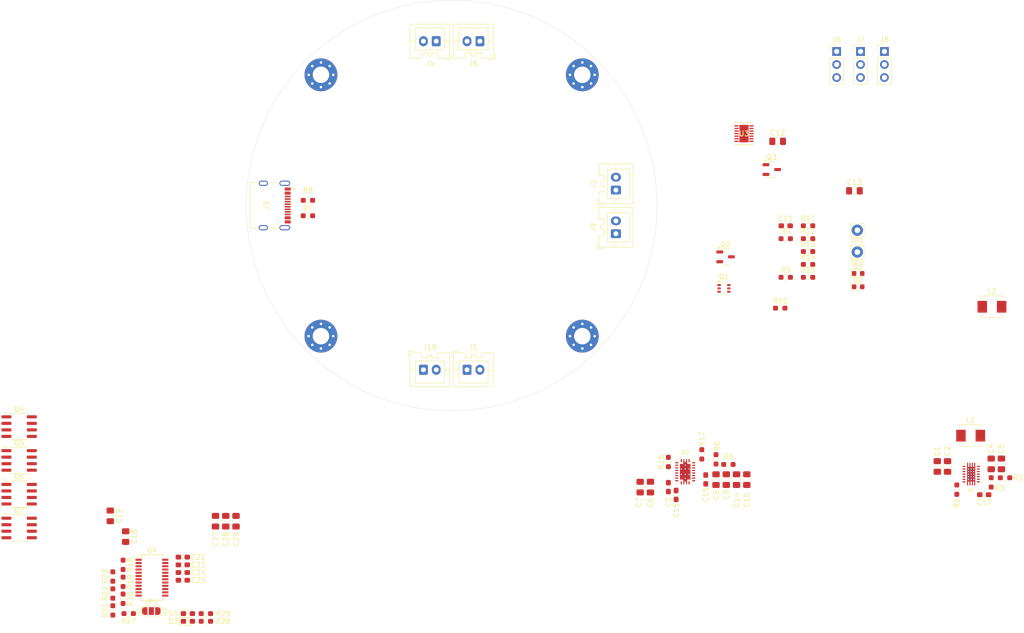
<source format=kicad_pcb>
(kicad_pcb (version 20240108) (generator "pcbnew") (generator_version "8.0")
  (layers (0 "F.Cu" signal) (31 "B.Cu" signal) (34 "B.Paste" user) (35 "F.Paste" user) (36 "B.SilkS" user "B.Silkscreen") (37 "F.SilkS" user "F.Silkscreen") (38 "B.Mask" user) (39 "F.Mask" user) (44 "Edge.Cuts" user))
  (net 0 "")
  (net 1 "VCC")
  (net 2 "/DCDC/+3.3V")
  (net 3 "/DCDC/7.4V")
  (net 4 "Net-(C11-Pad1)")
  (net 5 "V_{IN}")
  (net 6 "V1")
  (net 7 "Net-(U2-SS)")
  (net 8 "Net-(U1-EN)")
  (net 9 "V2")
  (net 10 "Net-(Q4A-S1)")
  (net 11 "Net-(Q6A-S1)")
  (net 12 "Net-(D1-K)")
  (net 13 "Net-(D2-A)")
  (net 14 "~{VALID1}")
  (net 15 "Net-(D3-A)")
  (net 16 "Net-(D4-A)")
  (net 17 "~{VALID2}")
  (net 18 "/+3.3V")
  (net 19 "VBUS")
  (net 23 "Net-(J3-SHIELD-PadS1)")
  (net 25 "Net-(J3-CC2)")
  (net 28 "Net-(J3-CC1)")
  (net 29 "Main-Bat")
  (net 30 "D0")
  (net 31 "D1")
  (net 32 "D2")
  (net 33 "Net-(JP1-A)")
  (net 34 "Net-(JP1-C)")
  (net 35 "Net-(U1-L1_8)")
  (net 36 "Net-(U1-L2_6)")
  (net 37 "Net-(U2-SW_4)")
  (net 38 "Net-(Q1A-B1)")
  (net 39 "Net-(Q1B-C2)")
  (net 40 "Net-(Q3-G)")
  (net 41 "Net-(Q4A-G1)")
  (net 42 "Net-(Q6A-G1)")
  (net 43 "Net-(U1-PG)")
  (net 44 "Net-(U1-FB)")
  (net 45 "FB_{TPS61088}")
  (net 46 "Net-(U3-CLPROG)")
  (net 47 "NTC")
  (net 48 "Net-(U3-C{slash}X)")
  (net 49 "*CHRG")
  (net 50 "Net-(U2-FSW)")
  (net 51 "Net-(U2-ILIM)")
  (net 52 "UV1")
  (net 53 "OV1")
  (net 54 "UV2")
  (net 55 "OV2")
  (net 58 "EN_{TPS61088}")
  (net 63 "Net-(U3-SW)")
  (net 68 "/7.4V")
  (net 69 "GND")
  (footprint "Capacitor_SMD:C_0603_1608Metric_Pad1.08x0.95mm_HandSolder" (layer "F.Cu") (at 193.725 156.3875 -90)
    (property "Reference" "C16" (at 3 0 90) (layer "F.SilkS"))
    (property "Value" "C")
    (pad "1" smd roundrect (at -0.8625 0 270) (size 1.075 0.95) (layers "F.Cu" "F.Paste" "F.Mask") (net 7 "Net-(U2-SS)"))
    (pad "2" smd roundrect (at 0.8625 0 270) (size 1.075 0.95) (layers "F.Cu" "F.Paste" "F.Mask") (net 69 "GND"))
  )
  (footprint "MountingHole:MountingHole_3.2mm_M3_Pad_Via" (layer "F.Cu") (at 175.455844 74.544156 45)
    (property "Reference" "REF**" (hide yes))
    (property "Value" "MountingHole_3.2mm_M3_Pad_Via")
    (pad "1" thru_hole circle (at -2.4 0 45) (size 0.8 0.8) (drill 0.5) (layers "*.Cu" "*.Mask"))
    (pad "1" thru_hole circle (at -1.697056 -1.697056 45) (size 0.8 0.8) (drill 0.5) (layers "*.Cu" "*.Mask"))
    (pad "1" thru_hole circle (at -1.697056 1.697056 45) (size 0.8 0.8) (drill 0.5) (layers "*.Cu" "*.Mask"))
    (pad "1" thru_hole circle (at 0 -2.4 45) (size 0.8 0.8) (drill 0.5) (layers "*.Cu" "*.Mask"))
    (pad "1" thru_hole circle (at 0 0 45) (size 6.4 6.4) (drill 3.2) (layers "*.Cu" "*.Mask"))
    (pad "1" thru_hole circle (at 0 2.4 45) (size 0.8 0.8) (drill 0.5) (layers "*.Cu" "*.Mask"))
    (pad "1" thru_hole circle (at 1.697056 -1.697056 45) (size 0.8 0.8) (drill 0.5) (layers "*.Cu" "*.Mask"))
    (pad "1" thru_hole circle (at 1.697056 1.697056 45) (size 0.8 0.8) (drill 0.5) (layers "*.Cu" "*.Mask"))
    (pad "1" thru_hole circle (at 2.4 0 45) (size 0.8 0.8) (drill 0.5) (layers "*.Cu" "*.Mask"))
  )
  (footprint "LED_SMD:LED_0603_1608Metric_Pad1.05x0.95mm_HandSolder" (layer "F.Cu") (at 98.625 179.5)
    (property "Reference" "D4" (at -2.875 0 0) (layer "F.SilkS"))
    (property "Value" "LED")
    (pad "1" smd roundrect (at -0.875 0) (size 1.05 0.95) (layers "F.Cu" "F.Paste" "F.Mask") (net 17 "~{VALID2}"))
    (pad "2" smd roundrect (at 0.875 0) (size 1.05 0.95) (layers "F.Cu" "F.Paste" "F.Mask") (net 16 "Net-(D4-A)"))
  )
  (footprint "Capacitor_SMD:C_0603_1608Metric_Pad1.08x0.95mm_HandSolder" (layer "F.Cu") (at 97.6375 173 180)
    (property "Reference" "C25" (at -3 0 0) (layer "F.SilkS"))
    (property "Value" "0.1u")
    (pad "1" smd roundrect (at -0.8625 0 180) (size 1.075 0.95) (layers "F.Cu" "F.Paste" "F.Mask") (net 69 "GND"))
    (pad "2" smd roundrect (at 0.8625 0 180) (size 1.075 0.95) (layers "F.Cu" "F.Paste" "F.Mask") (net 11 "Net-(Q6A-S1)"))
  )
  (footprint "Inductor_SMD:L_Vishay_IHLP-1616" (layer "F.Cu") (at 251.1 144.8375)
    (property "Reference" "L1" (at 0 -3.032 0) (layer "F.SilkS"))
    (property "Value" "1.5u")
    (pad "1" smd rect (at -1.89225 0) (size 1.8545 2.286) (layers "F.Cu" "F.Paste" "F.Mask") (net 35 "Net-(U1-L1_8)"))
    (pad "2" smd rect (at 1.89225 0) (size 1.8545 2.286) (layers "F.Cu" "F.Paste" "F.Mask") (net 36 "Net-(U1-L2_6)"))
  )
  (footprint "Connector_JST:JST_XA_B02B-XASK-1_1x02_P2.50mm_Vertical" (layer "F.Cu") (at 147 68 180)
    (property "Reference" "J4" (at 1.25 -4.4 0) (layer "F.SilkS"))
    (property "Value" "MainBattery")
    (pad "1" thru_hole roundrect (at 0 0 180) (size 1.7 1.95) (drill 0.95) (layers "*.Cu" "*.Mask") (roundrect_rratio 0.147059) (net 69 "GND"))
    (pad "2" thru_hole oval (at 2.5 0 180) (size 1.7 1.95) (drill 0.95) (layers "*.Cu" "*.Mask") (net 29 "Main-Bat"))
  )
  (footprint "Resistor_SMD:R_0603_1608Metric_Pad0.98x0.95mm_HandSolder" (layer "F.Cu") (at 87.0875 179.5 180)
    (property "Reference" "R27" (at 0 -1.43 0) (layer "F.SilkS"))
    (property "Value" "R")
    (pad "1" smd roundrect (at -0.9125 0 180) (size 0.975 0.95) (layers "F.Cu" "F.Paste" "F.Mask") (net 33 "Net-(JP1-A)"))
    (pad "2" smd roundrect (at 0.9125 0 180) (size 0.975 0.95) (layers "F.Cu" "F.Paste" "F.Mask") (net 69 "GND"))
  )
  (footprint "Connector_PinHeader_2.54mm:PinHeader_1x03_P2.54mm_Vertical" (layer "F.Cu") (at 225 70)
    (property "Reference" "J6" (at 0 -2.33 0) (layer "F.SilkS"))
    (property "Value" "Conn_01x03_Pin")
    (pad "1" thru_hole rect (at 0 0) (size 1.7 1.7) (drill 1) (layers "*.Cu" "*.Mask") (net 69 "GND"))
    (pad "2" thru_hole oval (at 0 2.54) (size 1.7 1.7) (drill 1) (layers "*.Cu" "*.Mask") (net 30 "D0"))
    (pad "3" thru_hole oval (at 0 5.08) (size 1.7 1.7) (drill 1) (layers "*.Cu" "*.Mask") (net 5 "V_{IN}"))
  )
  (footprint "Capacitor_SMD:C_0603_1608Metric_Pad1.08x0.95mm_HandSolder" (layer "F.Cu") (at 97.6375 168.5 180)
    (property "Reference" "C21" (at -3 0 0) (layer "F.SilkS"))
    (property "Value" "0.1u")
    (pad "1" smd roundrect (at -0.8625 0 180) (size 1.075 0.95) (layers "F.Cu" "F.Paste" "F.Mask") (net 69 "GND"))
    (pad "2" smd roundrect (at 0.8625 0 180) (size 1.075 0.95) (layers "F.Cu" "F.Paste" "F.Mask") (net 6 "V1"))
  )
  (footprint "Capacitor_SMD:C_0805_2012Metric_Pad1.18x1.45mm_HandSolder" (layer "F.Cu") (at 205.5 153.4 -90)
    (property "Reference" "C14" (at 4 0 90) (layer "F.SilkS"))
    (property "Value" "10u")
    (pad "1" smd roundrect (at -1.0375 0 270) (size 1.175 1.45) (layers "F.Cu" "F.Paste" "F.Mask") (roundrect_rratio 0.212766) (net 3 "/DCDC/7.4V"))
    (pad "2" smd roundrect (at 1.0375 0 270) (size 1.175 1.45) (layers "F.Cu" "F.Paste" "F.Mask") (roundrect_rratio 0.212766) (net 69 "GND"))
  )
  (footprint "Capacitor_SMD:C_0603_1608Metric_Pad1.08x0.95mm_HandSolder" (layer "F.Cu") (at 192.225 154.8625 -90)
    (property "Reference" "C3" (at 3 0 90) (layer "F.SilkS"))
    (property "Value" "0.1u")
    (pad "1" smd roundrect (at -0.8625 0 270) (size 1.075 0.95) (layers "F.Cu" "F.Paste" "F.Mask") (net 1 "VCC"))
    (pad "2" smd roundrect (at 0.8625 0 270) (size 1.075 0.95) (layers "F.Cu" "F.Paste" "F.Mask") (net 69 "GND"))
  )
  (footprint "Resistor_SMD:R_0603_1608Metric_Pad0.98x0.95mm_HandSolder" (layer "F.Cu") (at 102.125 181)
    (property "Reference" "R28" (at 3.375 0 0) (layer "F.SilkS"))
    (property "Value" "2k")
    (pad "1" smd roundrect (at -0.9125 0) (size 0.975 0.95) (layers "F.Cu" "F.Paste" "F.Mask") (net 15 "Net-(D3-A)"))
    (pad "2" smd roundrect (at 0.9125 0) (size 0.975 0.95) (layers "F.Cu" "F.Paste" "F.Mask") (net 1 "VCC"))
  )
  (footprint "Capacitor_SMD:C_0805_2012Metric_Pad1.18x1.45mm_HandSolder" (layer "F.Cu") (at 246.6 150.8375 90)
    (property "Reference" "C2" (at 2.9625 0 90) (layer "F.SilkS"))
    (property "Value" "10u")
    (pad "1" smd roundrect (at -1.0375 0 90) (size 1.175 1.45) (layers "F.Cu" "F.Paste" "F.Mask") (roundrect_rratio 0.212766) (net 1 "VCC"))
    (pad "2" smd roundrect (at 1.0375 0 90) (size 1.175 1.45) (layers "F.Cu" "F.Paste" "F.Mask") (roundrect_rratio 0.212766) (net 69 "GND"))
  )
  (footprint "Resistor_SMD:R_0603_1608Metric_Pad0.98x0.95mm_HandSolder" (layer "F.Cu") (at 219.43 103.955)
    (property "Reference" "R11" (at 0 -1.43 0) (layer "F.SilkS"))
    (property "Value" "8.2")
    (pad "1" smd roundrect (at -0.9125 0) (size 0.975 0.95) (layers "F.Cu" "F.Paste" "F.Mask") (net 46 "Net-(U3-CLPROG)"))
    (pad "2" smd roundrect (at 0.9125 0) (size 0.975 0.95) (layers "F.Cu" "F.Paste" "F.Mask") (net 4 "Net-(C11-Pad1)"))
  )
  (footprint "MountingHole:MountingHole_3.2mm_M3_Pad_Via" (layer "F.Cu") (at 124.544156 125.455844 45)
    (property "Reference" "REF**" (hide yes))
    (property "Value" "MountingHole_3.2mm_M3_Pad_Via")
    (pad "1" thru_hole circle (at -2.4 0 45) (size 0.8 0.8) (drill 0.5) (layers "*.Cu" "*.Mask"))
    (pad "1" thru_hole circle (at -1.697056 -1.697056 45) (size 0.8 0.8) (drill 0.5) (layers "*.Cu" "*.Mask"))
    (pad "1" thru_hole circle (at -1.697056 1.697056 45) (size 0.8 0.8) (drill 0.5) (layers "*.Cu" "*.Mask"))
    (pad "1" thru_hole circle (at 0 -2.4 45) (size 0.8 0.8) (drill 0.5) (layers "*.Cu" "*.Mask"))
    (pad "1" thru_hole circle (at 0 0 45) (size 6.4 6.4) (drill 3.2) (layers "*.Cu" "*.Mask"))
    (pad "1" thru_hole circle (at 0 2.4 45) (size 0.8 0.8) (drill 0.5) (layers "*.Cu" "*.Mask"))
    (pad "1" thru_hole circle (at 1.697056 -1.697056 45) (size 0.8 0.8) (drill 0.5) (layers "*.Cu" "*.Mask"))
    (pad "1" thru_hole circle (at 1.697056 1.697056 45) (size 0.8 0.8) (drill 0.5) (layers "*.Cu" "*.Mask"))
    (pad "1" thru_hole circle (at 2.4 0 45) (size 0.8 0.8) (drill 0.5) (layers "*.Cu" "*.Mask"))
  )
  (footprint "Resistor_SMD:R_0603_1608Metric_Pad0.98x0.95mm_HandSolder" (layer "F.Cu") (at 122 99 180)
    (property "Reference" "R8" (at 0 2 0) (layer "F.SilkS"))
    (property "Value" "5.1k")
    (pad "1" smd roundrect (at -0.9125 0 180) (size 0.975 0.95) (layers "F.Cu" "F.Paste" "F.Mask") (net 69 "GND"))
    (pad "2" smd roundrect (at 0.9125 0 180) (size 0.975 0.95) (layers "F.Cu" "F.Paste" "F.Mask") (net 28 "Net-(J3-CC1)"))
  )
  (footprint "Capacitor_SMD:C_0805_2012Metric_Pad1.18x1.45mm_HandSolder" (layer "F.Cu") (at 108 161.5 -90)
    (property "Reference" "C29" (at 3.5375 -0.02 90) (layer "F.SilkS"))
    (property "Value" "10u")
    (pad "1" smd roundrect (at -1.0375 0 270) (size 1.175 1.45) (layers "F.Cu" "F.Paste" "F.Mask") (roundrect_rratio 0.212766) (net 1 "VCC"))
    (pad "2" smd roundrect (at 1.0375 0 270) (size 1.175 1.45) (layers "F.Cu" "F.Paste" "F.Mask") (roundrect_rratio 0.212766) (net 69 "GND"))
  )
  (footprint "Resistor_SMD:R_0603_1608Metric_Pad0.98x0.95mm_HandSolder" (layer "F.Cu") (at 86 176.6125 -90)
    (property "Reference" "R20" (at 0 -1.43 90) (layer "F.SilkS"))
    (property "Value" "R")
    (pad "1" smd roundrect (at -0.9125 0 270) (size 0.975 0.95) (layers "F.Cu" "F.Paste" "F.Mask") (net 53 "OV1"))
    (pad "2" smd roundrect (at 0.9125 0 270) (size 0.975 0.95) (layers "F.Cu" "F.Paste" "F.Mask") (net 69 "GND"))
  )
  (footprint "Capacitor_SMD:C_0603_1608Metric_Pad1.08x0.95mm_HandSolder" (layer "F.Cu") (at 97.6375 170 180)
    (property "Reference" "C22" (at -3 0 0) (layer "F.SilkS"))
    (property "Value" "0.1u")
    (pad "1" smd roundrect (at -0.8625 0 180) (size 1.075 0.95) (layers "F.Cu" "F.Paste" "F.Mask") (net 69 "GND"))
    (pad "2" smd roundrect (at 0.8625 0 180) (size 1.075 0.95) (layers "F.Cu" "F.Paste" "F.Mask") (net 9 "V2"))
  )
  (footprint "Resistor_SMD:R_0603_1608Metric_Pad0.98x0.95mm_HandSolder" (layer "F.Cu") (at 219.43 113.995)
    (property "Reference" "R15" (at 0 -1.43 0) (layer "F.SilkS"))
    (property "Value" "R")
    (pad "1" smd roundrect (at -0.9125 0) (size 0.975 0.95) (layers "F.Cu" "F.Paste" "F.Mask") (net 12 "Net-(D1-K)"))
    (pad "2" smd roundrect (at 0.9125 0) (size 0.975 0.95) (layers "F.Cu" "F.Paste" "F.Mask") (net 49 "*CHRG"))
  )
  (footprint "Package_TO_SOT_SMD:SOT-363_SC-70-6" (layer "F.Cu") (at 203.05 116.15)
    (property "Reference" "Q1" (at 0 -2.25 0) (layer "F.SilkS"))
    (property "Value" "MBT3906DW1")
    (pad "1" smd roundrect (at -0.95 -0.65) (size 0.65 0.4) (layers "F.Cu" "F.Paste" "F.Mask") (net 19 "VBUS"))
    (pad "2" smd roundrect (at -0.95 0) (size 0.65 0.4) (layers "F.Cu" "F.Paste" "F.Mask") (net 38 "Net-(Q1A-B1)"))
    (pad "3" smd roundrect (at -0.95 0.65) (size 0.65 0.4) (layers "F.Cu" "F.Paste" "F.Mask") (net 39 "Net-(Q1B-C2)"))
    (pad "4" smd roundrect (at 0.95 0.65) (size 0.65 0.4) (layers "F.Cu" "F.Paste" "F.Mask") (net 5 "V_{IN}"))
    (pad "5" smd roundrect (at 0.95 0) (size 0.65 0.4) (layers "F.Cu" "F.Paste" "F.Mask") (net 38 "Net-(Q1A-B1)"))
    (pad "6" smd roundrect (at 0.95 -0.65) (size 0.65 0.4) (layers "F.Cu" "F.Paste" "F.Mask") (net 38 "Net-(Q1A-B1)"))
  )
  (footprint "Resistor_SMD:R_0603_1608Metric_Pad0.98x0.95mm_HandSolder" (layer "F.Cu") (at 122 102)
    (property "Reference" "R7" (at 0 -1.43 0) (layer "F.SilkS"))
    (property "Value" "5.1k")
    (pad "1" smd roundrect (at -0.9125 0) (size 0.975 0.95) (layers "F.Cu" "F.Paste" "F.Mask") (net 25 "Net-(J3-CC2)"))
    (pad "2" smd roundrect (at 0.9125 0) (size 0.975 0.95) (layers "F.Cu" "F.Paste" "F.Mask") (net 69 "GND"))
  )
  (footprint "Resistor_SMD:R_0603_1608Metric_Pad0.98x0.95mm_HandSolder" (layer "F.Cu") (at 84 175.5875 -90)
    (property "Reference" "R22" (at 0 1.5 90) (layer "F.SilkS"))
    (property "Value" "R")
    (pad "1" smd roundrect (at -0.9125 0 270) (size 0.975 0.95) (layers "F.Cu" "F.Paste" "F.Mask") (net 54 "UV2"))
    (pad "2" smd roundrect (at 0.9125 0 270) (size 0.975 0.95) (layers "F.Cu" "F.Paste" "F.Mask") (net 55 "OV2"))
  )
  (footprint "Resistor_SMD:R_0603_1608Metric_Pad0.98x0.95mm_HandSolder" (layer "F.Cu") (at 86 173.30625 -90)
    (property "Reference" "R19" (at 0 -1.43 90) (layer "F.SilkS"))
    (property "Value" "R")
    (pad "1" smd roundrect (at -0.9125 0 270) (size 0.975 0.95) (layers "F.Cu" "F.Paste" "F.Mask") (net 52 "UV1"))
    (pad "2" smd roundrect (at 0.9125 0 270) (size 0.975 0.95) (layers "F.Cu" "F.Paste" "F.Mask") (net 53 "OV1"))
  )
  (footprint "MountingHole:MountingHole_3.2mm_M3_Pad_Via" (layer "F.Cu") (at 124.544156 74.544156 45)
    (property "Reference" "REF**" (hide yes))
    (property "Value" "MountingHole_3.2mm_M3_Pad_Via")
    (pad "1" thru_hole circle (at -2.4 0 45) (size 0.8 0.8) (drill 0.5) (layers "*.Cu" "*.Mask"))
    (pad "1" thru_hole circle (at -1.697056 -1.697056 45) (size 0.8 0.8) (drill 0.5) (layers "*.Cu" "*.Mask"))
    (pad "1" thru_hole circle (at -1.697056 1.697056 45) (size 0.8 0.8) (drill 0.5) (layers "*.Cu" "*.Mask"))
    (pad "1" thru_hole circle (at 0 -2.4 45) (size 0.8 0.8) (drill 0.5) (layers "*.Cu" "*.Mask"))
    (pad "1" thru_hole circle (at 0 0 45) (size 6.4 6.4) (drill 3.2) (layers "*.Cu" "*.Mask"))
    (pad "1" thru_hole circle (at 0 2.4 45) (size 0.8 0.8) (drill 0.5) (layers "*.Cu" "*.Mask"))
    (pad "1" thru_hole circle (at 1.697056 -1.697056 45) (size 0.8 0.8) (drill 0.5) (layers "*.Cu" "*.Mask"))
    (pad "1" thru_hole circle (at 1.697056 1.697056 45) (size 0.8 0.8) (drill 0.5) (layers "*.Cu" "*.Mask"))
    (pad "1" thru_hole circle (at 2.4 0 45) (size 0.8 0.8) (drill 0.5) (layers "*.Cu" "*.Mask"))
  )
  (footprint "Package_SO:SOIC-8_3.9x4.9mm_P1.27mm" (layer "F.Cu") (at 65.75 143.08)
    (property "Reference" "Q4" (at 0 -3.4 0) (layer "F.SilkS"))
    (property "Value" "IRF7324")
    (pad "1" smd roundrect (at -2.475 -1.905) (size 1.95 0.6) (layers "F.Cu" "F.Paste" "F.Mask") (net 10 "Net-(Q4A-S1)"))
    (pad "2" smd roundrect (at -2.475 -0.635) (size 1.95 0.6) (layers "F.Cu" "F.Paste" "F.Mask") (net 41 "Net-(Q4A-G1)"))
    (pad "3" smd roundrect (at -2.475 0.635) (size 1.95 0.6) (layers "F.Cu" "F.Paste" "F.Mask"))
    (pad "4" smd roundrect (at -2.475 1.905) (size 1.95 0.6) (layers "F.Cu" "F.Paste" "F.Mask"))
    (pad "5" smd roundrect (at 2.475 1.905) (size 1.95 0.6) (layers "F.Cu" "F.Paste" "F.Mask"))
    (pad "6" smd roundrect (at 2.475 0.635) (size 1.95 0.6) (layers "F.Cu" "F.Paste" "F.Mask"))
    (pad "7" smd roundrect (at 2.475 -0.635) (size 1.95 0.6) (layers "F.Cu" "F.Paste" "F.Mask") (net 6 "V1"))
    (pad "8" smd roundrect (at 2.475 -1.905) (size 1.95 0.6) (layers "F.Cu" "F.Paste" "F.Mask") (net 6 "V1"))
  )
  (footprint "LED_SMD:LED_0603_1608Metric" (layer "F.Cu") (at 229.19 115.835)
    (property "Reference" "D2" (at 0 -1.43 0) (layer "F.SilkS"))
    (property "Value" "indi-VBUS")
    (pad "1" smd roundrect (at -0.7875 0) (size 0.875 0.95) (layers "F.Cu" "F.Paste" "F.Mask") (net 69 "GND"))
    (pad "2" smd roundrect (at 0.7875 0) (size 0.875 0.95) (layers "F.Cu" "F.Paste" "F.Mask") (net 13 "Net-(D2-A)"))
  )
  (footprint "Capacitor_SMD:C_0805_2012Metric_Pad1.18x1.45mm_HandSolder" (layer "F.Cu") (at 228.46 97.145)
    (property "Reference" "C13" (at 0 -1.68 0) (layer "F.SilkS"))
    (property "Value" "10u")
    (pad "1" smd roundrect (at -1.0375 0) (size 1.175 1.45) (layers "F.Cu" "F.Paste" "F.Mask") (roundrect_rratio 0.212766) (net 6 "V1"))
    (pad "2" smd roundrect (at 1.0375 0) (size 1.175 1.45) (layers "F.Cu" "F.Paste" "F.Mask") (roundrect_rratio 0.212766) (net 69 "GND"))
  )
  (footprint "Resistor_SMD:R_0603_1608Metric_Pad0.98x0.95mm_HandSolder" (layer "F.Cu") (at 86 170 -90)
    (property "Reference" "R18" (at 0 -1.43 90) (layer "F.SilkS"))
    (property "Value" "R")
    (pad "1" smd roundrect (at -0.9125 0 270) (size 0.975 0.95) (layers "F.Cu" "F.Paste" "F.Mask") (net 6 "V1"))
    (pad "2" smd roundrect (at 0.9125 0 270) (size 0.975 0.95) (layers "F.Cu" "F.Paste" "F.Mask") (net 52 "UV1"))
  )
  (footprint "Resistor_SMD:R_0603_1608Metric_Pad0.98x0.95mm_HandSolder" (layer "F.Cu") (at 192.225 149.975 90)
    (property "Reference" "R16" (at 0 -1.43 90) (layer "F.SilkS"))
    (property "Value" "R")
    (pad "1" smd roundrect (at -0.9125 0 90) (size 0.975 0.95) (layers "F.Cu" "F.Paste" "F.Mask") (net 37 "Net-(U2-SW_4)"))
    (pad "2" smd roundrect (at 0.9125 0 90) (size 0.975 0.95) (layers "F.Cu" "F.Paste" "F.Mask") (net 50 "Net-(U2-FSW)"))
  )
  (footprint "Resistor_SMD:R_0603_1608Metric_Pad0.98x0.95mm_HandSolder" (layer "F.Cu") (at 255.1 153.9375 -90)
    (property "Reference" "R3" (at 1.1 -1.7 0) (layer "F.SilkS"))
    (property "Value" "137k")
    (pad "1" smd roundrect (at -0.9125 0 270) (size 0.975 0.95) (layers "F.Cu" "F.Paste" "F.Mask") (net 44 "Net-(U1-FB)"))
    (pad "2" smd roundrect (at 0.9125 0 270) (size 0.975 0.95) (layers "F.Cu" "F.Paste" "F.Mask") (net 69 "GND"))
  )
  (footprint "footprints:DFN-14_DE_LIT" (layer "F.Cu") (at 206.9478 86)
    (property "Reference" "U3" (at 0 0 0) (layer "F.SilkS"))
    (property "Value" "LTC4088EDE-TRPBF")
    (pad "1" smd rect (at -1.4478 -1.5) (size 0.8128 0.254) (layers "F.Cu" "F.Paste" "F.Mask") (net 47 "NTC"))
    (pad "2" smd rect (at -1.4478 -1.000001) (size 0.8128 0.254) (layers "F.Cu" "F.Paste" "F.Mask") (net 46 "Net-(U3-CLPROG)"))
    (pad "3" smd rect (at -1.4478 -0.499999) (size 0.8128 0.254) (layers "F.Cu" "F.Paste" "F.Mask") (net 6 "V1"))
    (pad "4" smd rect (at -1.4478 0) (size 0.8128 0.254) (layers "F.Cu" "F.Paste" "F.Mask") (net 32 "D2"))
    (pad "5" smd rect (at -1.4478 0.500002) (size 0.8128 0.254) (layers "F.Cu" "F.Paste" "F.Mask") (net 48 "Net-(U3-C{slash}X)"))
    (pad "6" smd rect (at -1.4478 1.000001) (size 0.8128 0.254) (layers "F.Cu" "F.Paste" "F.Mask") (net 48 "Net-(U3-C{slash}X)"))
    (pad "7" smd rect (at -1.4478 1.5) (size 0.8128 0.254) (layers "F.Cu" "F.Paste" "F.Mask") (net 49 "*CHRG"))
    (pad "8" smd rect (at 1.4478 1.5) (size 0.8128 0.254) (layers "F.Cu" "F.Paste" "F.Mask") (net 40 "Net-(Q3-G)"))
    (pad "9" smd rect (at 1.4478 1.000001) (size 0.8128 0.254) (layers "F.Cu" "F.Paste" "F.Mask") (net 29 "Main-Bat"))
    (pad "10" smd rect (at 1.4478 0.499999) (size 0.8128 0.254) (layers "F.Cu" "F.Paste" "F.Mask") (net 6 "V1"))
    (pad "11" smd rect (at 1.4478 0) (size 0.8128 0.254) (layers "F.Cu" "F.Paste" "F.Mask") (net 5 "V_{IN}"))
    (pad "12" smd rect (at 1.4478 -0.500002) (size 0.8128 0.254) (layers "F.Cu" "F.Paste" "F.Mask") (net 63 "Net-(U3-SW)"))
    (pad "13" smd rect (at 1.4478 -1.000001) (size 0.8128 0.254) (layers "F.Cu" "F.Paste" "F.Mask") (net 30 "D0"))
    (pad "14" smd rect (at 1.4478 -1.5) (size 0.8128 0.254) (layers "F.Cu" "F.Paste" "F.Mask") (net 31 "D1"))
    (pad "15" smd rect (at 0 0) (size 1.8034 3.4036) (layers "F.Cu" "F.Paste" "F.Mask") (net 69 "GND"))
  )
  (footprint "Resistor_SMD:R_0603_1608Metric_Pad0.98x0.95mm_HandSolder" (layer "F.Cu") (at 201.5 149.45 90)
    (property "Reference" "R6" (at 2.5625 0.225 90) (layer "F.SilkS"))
    (property "Value" "R")
    (pad "1" smd roundrect (at -0.9125 0 90) (size 0.975 0.95) (layers "F.Cu" "F.Paste" "F.Mask") (net 45 "FB_{TPS61088}"))
    (pad "2" smd roundrect (at 0.9125 0 90) (size 0.975 0.95) (layers "F.Cu" "F.Paste" "F.Mask") (net 69 "GND"))
  )
  (footprint "Connector_JST:JST_XA_B02B-XASK-1_1x02_P2.50mm_Vertical" (layer "F.Cu") (at 155.5 68 180)
    (property "Reference" "J5" (at 1.25 -4.4 0) (layer "F.SilkS"))
    (property "Value" "SubBattery")
    (pad "1" thru_hole roundrect (at 0 0 180) (size 1.7 1.95) (drill 0.95) (layers "*.Cu" "*.Mask") (roundrect_rratio 0.147059) (net 69 "GND"))
    (pad "2" thru_hole oval (at 2.5 0 180) (size 1.7 1.95) (drill 0.95) (layers "*.Cu" "*.Mask") (net 9 "V2"))
  )
  (footprint "Resistor_SMD:R_0603_1608Metric_Pad0.98x0.95mm_HandSolder" (layer "F.Cu") (at 219.43 108.975)
    (property "Reference" "R13" (at 0 -1.43 0) (layer "F.SilkS"))
    (property "Value" "100k")
    (pad "1" smd roundrect (at -0.9125 0) (size 0.975 0.95) (layers "F.Cu" "F.Paste" "F.Mask") (net 5 "V_{IN}"))
    (pad "2" smd roundrect (at 0.9125 0) (size 0.975 0.95) (layers "F.Cu" "F.Paste" "F.Mask") (net 47 "NTC"))
  )
  (footprint "Resistor_SMD:R_0603_1608Metric_Pad0.98x0.95mm_HandSolder" (layer "F.Cu") (at 84 178.875 -90)
    (property "Reference" "R21" (at 0 1.5 90) (layer "F.SilkS"))
    (property "Value" "R")
    (pad "1" smd roundrect (at -0.9125 0 270) (size 0.975 0.95) (layers "F.Cu" "F.Paste" "F.Mask") (net 9 "V2"))
    (pad "2" smd roundrect (at 0.9125 0 270) (size 0.975 0.95) (layers "F.Cu" "F.Paste" "F.Mask") (net 54 "UV2"))
  )
  (footprint "Connector_JST:JST_XA_B02B-XASK-1_1x02_P2.50mm_Vertical" (layer "F.Cu") (at 182 97 90)
    (property "Reference" "J2" (at 1.25 -4.4 90) (layer "F.SilkS"))
    (property "Value" "+3.3V")
    (pad "1" thru_hole roundrect (at 0 0 90) (size 1.7 1.95) (drill 0.95) (layers "*.Cu" "*.Mask") (roundrect_rratio 0.147059) (net 69 "GND"))
    (pad "2" thru_hole oval (at 2.5 0 90) (size 1.7 1.95) (drill 0.95) (layers "*.Cu" "*.Mask") (net 18 "/+3.3V"))
  )
  (footprint "Capacitor_SMD:C_0805_2012Metric_Pad1.18x1.45mm_HandSolder" (layer "F.Cu") (at 201.5 153.4 -90)
    (property "Reference" "C8" (at 2.9625 -0.0375 90) (layer "F.SilkS"))
    (property "Value" "10u")
    (pad "1" smd roundrect (at -1.0375 0 270) (size 1.175 1.45) (layers "F.Cu" "F.Paste" "F.Mask") (roundrect_rratio 0.212766) (net 3 "/DCDC/7.4V"))
    (pad "2" smd roundrect (at 1.0375 0 270) (size 1.175 1.45) (layers "F.Cu" "F.Paste" "F.Mask") (roundrect_rratio 0.212766) (net 69 "GND"))
  )
  (footprint "Package_TO_SOT_SMD:SOT-23-3" (layer "F.Cu") (at 212.3625 93)
    (property "Reference" "Q3" (at 0 -2.4 0) (layer "F.SilkS"))
    (property "Value" "Si2333DDS-T1-GE3")
    (pad "1" smd roundrect (at -1.1375 -0.95) (size 1.325 0.6) (layers "F.Cu" "F.Paste" "F.Mask") (net 40 "Net-(Q3-G)"))
    (pad "2" smd roundrect (at -1.1375 0.95) (size 1.325 0.6) (layers "F.Cu" "F.Paste" "F.Mask") (net 6 "V1"))
    (pad "3" smd roundrect (at 1.1375 0) (size 1.325 0.6) (layers "F.Cu" "F.Paste" "F.Mask") (net 29 "Main-Bat"))
  )
  (footprint "Resistor_SMD:R_0603_1608Metric_Pad0.98x0.95mm_HandSolder" (layer "F.Cu") (at 219.43 111.485)
    (property "Reference" "R14" (at 0 -1.43 0) (layer "F.SilkS"))
    (property "Value" "499")
    (pad "1" smd roundrect (at -0.9125 0) (size 0.975 0.95) (layers "F.Cu" "F.Paste" "F.Mask") (net 48 "Net-(U3-C{slash}X)"))
    (pad "2" smd roundrect (at 0.9125 0) (size 0.975 0.95) (layers "F.Cu" "F.Paste" "F.Mask") (net 69 "GND"))
  )
  (footprint "Capacitor_SMD:C_0603_1608Metric_Pad1.08x0.95mm_HandSolder" (layer "F.Cu") (at 215.08 103.955)
    (property "Reference" "C11" (at 0 -1.43 0) (layer "F.SilkS"))
    (property "Value" "0.1u")
    (pad "1" smd roundrect (at -0.8625 0) (size 1.075 0.95) (layers "F.Cu" "F.Paste" "F.Mask") (net 4 "Net-(C11-Pad1)"))
    (pad "2" smd roundrect (at 0.8625 0) (size 1.075 0.95) (layers "F.Cu" "F.Paste" "F.Mask") (net 69 "GND"))
  )
  (footprint "Package_SO:SSOP-24_3.9x8.7mm_P0.635mm" (layer "F.Cu") (at 91.62 172.5)
    (property "Reference" "U4" (at 0 -5.4 0) (layer "F.SilkS"))
    (property "Value" "LTC4417CGN")
    (pad "1" smd rect (at -2.6 -3.4925) (size 1.2 0.4) (layers "F.Cu" "F.Paste" "F.Mask"))
    (pad "2" smd rect (at -2.6 -2.8575) (size 1.2 0.4) (layers "F.Cu" "F.Paste" "F.Mask"))
    (pad "3" smd rect (at -2.6 -2.2225) (size 1.2 0.4) (layers "F.Cu" "F.Paste" "F.Mask") (net 34 "Net-(JP1-C)"))
    (pad "4" smd rect (at -2.6 -1.5875) (size 1.2 0.4) (layers "F.Cu" "F.Paste" "F.Mask") (net 52 "UV1"))
    (pad "5" smd rect (at -2.6 -0.9525) (size 1.2 0.4) (layers "F.Cu" "F.Paste" "F.Mask") (net 53 "OV1"))
    (pad "6" smd rect (at -2.6 -0.3175) (size 1.2 0.4) (layers "F.Cu" "F.Paste" "F.Mask") (net 54 "UV2"))
    (pad "7" smd rect (at -2.6 0.3175) (size 1.2 0.4) (layers "F.Cu" "F.Paste" "F.Mask") (net 55 "OV2"))
    (pad "8" smd rect (at -2.6 0.9525) (size 1.2 0.4) (layers "F.Cu" "F.Paste" "F.Mask") (net 69 "GND"))
    (pad "9" smd rect (at -2.6 1.5875) (size 1.2 0.4) (layers "F.Cu" "F.Paste" "F.Mask") (net 69 "GND"))
    (pad "10" smd rect (at -2.6 2.2225) (size 1.2 0.4) (layers "F.Cu" "F.Paste" "F.Mask") (net 14 "~{VALID1}"))
    (pad "11" smd rect (at -2.6 2.8575) (size 1.2 0.4) (layers "F.Cu" "F.Paste" "F.Mask") (net 17 "~{VALID2}"))
    (pad "12" smd rect (at -2.6 3.4925) (size 1.2 0.4) (layers "F.Cu" "F.Paste" "F.Mask"))
    (pad "13" smd rect (at 2.6 3.4925) (size 1.2 0.4) (layers "F.Cu" "F.Paste" "F.Mask") (net 69 "GND"))
    (pad "14" smd rect (at 2.6 2.8575) (size 1.2 0.4) (layers "F.Cu" "F.Paste" "F.Mask"))
    (pad "15" smd rect (at 2.6 2.2225) (size 1.2 0.4) (layers "F.Cu" "F.Paste" "F.Mask") (net 1 "VCC"))
    (pad "16" smd rect (at 2.6 1.5875) (size 1.2 0.4) (layers "F.Cu" "F.Paste" "F.Mask") (net 69 "GND"))
    (pad "17" smd rect (at 2.6 0.9525) (size 1.2 0.4) (layers "F.Cu" "F.Paste" "F.Mask") (net 69 "GND"))
    (pad "18" smd rect (at 2.6 0.3175) (size 1.2 0.4) (layers "F.Cu" "F.Paste" "F.Mask") (net 42 "Net-(Q6A-G1)"))
    (pad "19" smd rect (at 2.6 -0.3175) (size 1.2 0.4) (layers "F.Cu" "F.Paste" "F.Mask") (net 11 "Net-(Q6A-S1)"))
    (pad "20" smd rect (at 2.6 -0.9525) (size 1.2 0.4) (layers "F.Cu" "F.Paste" "F.Mask") (net 41 "Net-(Q4A-G1)"))
    (pad "21" smd rect (at 2.6 -1.5875) (size 1.2 0.4) (layers "F.Cu" "F.Paste" "F.Mask") (net 10 "Net-(Q4A-S1)"))
    (pad "22" smd rect (at 2.6 -2.2225) (size 1.2 0.4) (layers "F.Cu" "F.Paste" "F.Mask") (net 69 "GND"))
    (pad "23" smd rect (at 2.6 -2.8575) (size 1.2 0.4) (layers "F.Cu" "F.Paste" "F.Mask") (net 9 "V2"))
    (pad "24" smd rect (at 2.6 -3.4925) (size 1.2 0.4) (layers "F.Cu" "F.Paste" "F.Mask") (net 6 "V1"))
  )
  (footprint "Capacitor_SMD:C_0805_2012Metric_Pad1.18x1.45mm_HandSolder" (layer "F.Cu") (at 83.5 160.4625 -90)
    (property "Reference" "C19" (at 0 -1.68 90) (layer "F.SilkS"))
    (property "Value" "10u")
    (pad "1" smd roundrect (at -1.0375 0 270) (size 1.175 1.45) (layers "F.Cu" "F.Paste" "F.Mask") (roundrect_rratio 0.212766) (net 9 "V2"))
    (pad "2" smd roundrect (at 1.0375 0 270) (size 1.175 1.45) (layers "F.Cu" "F.Paste" "F.Mask") (roundrect_rratio 0.212766) (net 69 "GND"))
  )
  (footprint "Capacitor_SMD:C_0603_1608Metric_Pad1.08x0.95mm_HandSolder" (layer "F.Cu") (at 253.7375 156.3375)
    (property "Reference" "C17" (at 0 1.5 0) (layer "F.SilkS"))
    (property "Value" "0.1u")
    (pad "1" smd roundrect (at -0.8625 0) (size 1.075 0.95) (layers "F.Cu" "F.Paste" "F.Mask") (net 8 "Net-(U1-EN)"))
    (pad "2" smd roundrect (at 0.8625 0) (size 1.075 0.95) (layers "F.Cu" "F.Paste" "F.Mask") (net 69 "GND"))
  )
  (footprint "Capacitor_SMD:C_0805_2012Metric_Pad1.18x1.45mm_HandSolder" (layer "F.Cu") (at 106 161.5 -90)
    (property "Reference" "C28" (at 3.5375 -0.01 90) (layer "F.SilkS"))
    (property "Value" "10u")
    (pad "1" smd roundrect (at -1.0375 0 270) (size 1.175 1.45) (layers "F.Cu" "F.Paste" "F.Mask") (roundrect_rratio 0.212766) (net 1 "VCC"))
    (pad "2" smd roundrect (at 1.0375 0 270) (size 1.175 1.45) (layers "F.Cu" "F.Paste" "F.Mask") (roundrect_rratio 0.212766) (net 69 "GND"))
  )
  (footprint "Capacitor_SMD:C_0805_2012Metric_Pad1.18x1.45mm_HandSolder" (layer "F.Cu") (at 255.1 150.3375 90)
    (property "Reference" "C4" (at 2.9625 -0.0375 90) (layer "F.SilkS"))
    (property "Value" "10u")
    (pad "1" smd roundrect (at -1.0375 0 90) (size 1.175 1.45) (layers "F.Cu" "F.Paste" "F.Mask") (roundrect_rratio 0.212766) (net 2 "/DCDC/+3.3V"))
    (pad "2" smd roundrect (at 1.0375 0 90) (size 1.175 1.45) (layers "F.Cu" "F.Paste" "F.Mask") (roundrect_rratio 0.212766) (net 69 "GND"))
  )
  (footprint "LED_SMD:LED_0603_1608Metric_Pad1.05x0.95mm_HandSolder" (layer "F.Cu") (at 98.625 181)
    (property "Reference" "D3" (at -2.875 0 0) (layer "F.SilkS"))
    (property "Value" "LED")
    (pad "1" smd roundrect (at -0.875 0) (size 1.05 0.95) (layers "F.Cu" "F.Paste" "F.Mask") (net 14 "~{VALID1}"))
    (pad "2" smd roundrect (at 0.875 0) (size 1.05 0.95) (layers "F.Cu" "F.Paste" "F.Mask") (net 15 "Net-(D3-A)"))
  )
  (footprint "Resistor_SMD:R_0603_1608Metric_Pad0.98x0.95mm_HandSolder" (layer "F.Cu") (at 248.4 155.35 -90)
    (property "Reference" "R1" (at 2.5875 0 90) (layer "F.SilkS"))
    (property "Value" "1M")
    (pad "1" smd roundrect (at -0.9125 0 270) (size 0.975 0.95) (layers "F.Cu" "F.Paste" "F.Mask") (net 43 "Net-(U1-PG)"))
    (pad "2" smd roundrect (at 0.9125 0 270) (size 0.975 0.95) (layers "F.Cu" "F.Paste" "F.Mask") (net 2 "/DCDC/+3.3V"))
  )
  (footprint "TPS61088RHLR:IC_TPS61088RHLR" (layer "F.Cu") (at 195.5 151.8625)
    (property "Reference" "U2" (at 0 -3.76599 0) (layer "F.SilkS") (effects (font (size 0.80148 0.80148))))
    (property "Value" "TPS61088RHLR")
    (pad "1" smd roundrect (at -0.75 -2.15) (size 0.24 0.6) (layers "F.Cu" "F.Paste" "F.Mask") (roundrect_rratio 0.21))
    (pad "2" smd roundrect (at -1.65 -1.75) (size 0.6 0.24) (layers "F.Cu" "F.Paste" "F.Mask") (roundrect_rratio 0.21) (net 58 "EN_{TPS61088}"))
    (pad "3" smd roundrect (at -1.65 -1.25) (size 0.6 0.24) (layers "F.Cu" "F.Paste" "F.Mask") (roundrect_rratio 0.21) (net 50 "Net-(U2-FSW)"))
    (pad "4" smd roundrect (at -1.65 -0.75) (size 0.6 0.24) (layers "F.Cu" "F.Paste" "F.Mask") (roundrect_rratio 0.21) (net 37 "Net-(U2-SW_4)"))
    (pad "5" smd roundrect (at -1.65 -0.25) (size 0.6 0.24) (layers "F.Cu" "F.Paste" "F.Mask") (roundrect_rratio 0.21) (net 37 "Net-(U2-SW_4)"))
    (pad "6" smd roundrect (at -1.65 0.25) (size 0.6 0.24) (layers "F.Cu" "F.Paste" "F.Mask") (roundrect_rratio 0.21) (net 37 "Net-(U2-SW_4)"))
    (pad "7" smd roundrect (at -1.65 0.75) (size 0.6 0.24) (layers "F.Cu" "F.Paste" "F.Mask") (roundrect_rratio 0.21) (net 37 "Net-(U2-SW_4)"))
    (pad "8" smd roundrect (at -1.65 1.25) (size 0.6 0.24) (layers "F.Cu" "F.Paste" "F.Mask") (roundrect_rratio 0.21))
    (pad "9" smd roundrect (at -1.65 1.75) (size 0.6 0.24) (layers "F.Cu" "F.Paste" "F.Mask") (roundrect_rratio 0.21) (net 1 "VCC"))
    (pad "10" smd roundrect (at -0.75 2.15) (size 0.24 0.6) (layers "F.Cu" "F.Paste" "F.Mask") (roundrect_rratio 0.21) (net 7 "Net-(U2-SS)"))
    (pad "11" smd roundrect (at 0.75 2.15) (size 0.24 0.6) (layers "F.Cu" "F.Paste" "F.Mask") (roundrect_rratio 0.21))
    (pad "12" smd roundrect (at 1.65 1.75) (size 0.6 0.24) (layers "F.Cu" "F.Paste" "F.Mask") (roundrect_rratio 0.21))
    (pad "13" smd roundrect (at 1.65 1.25) (size 0.6 0.24) (layers "F.Cu" "F.Paste" "F.Mask") (roundrect_rratio 0.21))
    (pad "14" smd roundrect (at 1.65 0.75) (size 0.6 0.24) (layers "F.Cu" "F.Paste" "F.Mask") (roundrect_rratio 0.21) (net 3 "/DCDC/7.4V"))
    (pad "15" smd roundrect (at 1.65 0.25) (size 0.6 0.24) (layers "F.Cu" "F.Paste" "F.Mask") (roundrect_rratio 0.21) (net 3 "/DCDC/7.4V"))
    (pad "16" smd roundrect (at 1.65 -0.25) (size 0.6 0.24) (layers "F.Cu" "F.Paste" "F.Mask") (roundrect_rratio 0.21) (net 3 "/DCDC/7.4V"))
    (pad "17" smd roundrect (at 1.65 -0.75) (size 0.6 0.24) (layers "F.Cu" "F.Paste" "F.Mask") (roundrect_rratio 0.21) (net 45 "FB_{TPS61088}"))
    (pad "18" smd roundrect (at 1.65 -1.25) (size 0.6 0.24) (layers "F.Cu" "F.Paste" "F.Mask") (roundrect_rratio 0.21))
    (pad "19" smd roundrect (at 1.65 -1.75) (size 0.6 0.24) (layers "F.Cu" "F.Paste" "F.Mask") (roundrect_rratio 0.21) (net 51 "Net-(U2-ILIM)"))
    (pad "20" smd roundrect (at 0.75 -2.15) (size 0.24 0.6) (layers "F.Cu" "F.Paste" "F.Mask") (roundrect_rratio 0.21) (net 69 "GND"))
    (pad "21" smd custom (at 0 0) (size 2.05 3.05) (layers "F.Cu" "F.Mask") (net 69 "GND") (options (clearance outline) (anchor rect)) (primitives (gr_poly (pts (xy -0.375 -1.525) (xy -0.375 -2.4) (xy -0.375 -2.403) (xy -0.375 -2.405) (xy -0.374 -2.408) (xy -0.374 -2.41) (xy -0.373 -2.413) (xy -0.373 -2.415) (xy -0.372 -2.418) (xy -0.371 -2.42) (xy -0.37 -2.423) (xy -0.368 -2.425) (xy -0.367 -2.427) (xy -0.365 -2.429) (xy -0.364 -2.431) (xy -0.362 -2.433) (xy -0.36 -2.435) (xy -0.358 -2.437) (xy -0.356 -2.439) (xy -0.354 -2.44) (xy -0.352 -2.442) (xy -0.35 -2.443) (xy -0.348 -2.445) (xy -0.345 -2.446) (xy -0.343 -2.447) (xy -0.34 -2.448) (xy -0.338 -2.448) (xy -0.335 -2.449) (xy -0.333 -2.449) (xy -0.33 -2.45) (xy -0.328 -2.45) (xy -0.325 -2.45) (xy -0.225 -2.45) (xy -0.222 -2.45) (xy -0.22 -2.45) (xy -0.217 -2.449) (xy -0.215 -2.449) (xy -0.212 -2.448) (xy -0.21 -2.448) (xy -0.207 -2.447) (xy -0.205 -2.446) (xy -0.202 -2.445) (xy -0.2 -2.443) (xy -0.198 -2.442) (xy -0.196 -2.44) (xy -0.194 -2.439) (xy -0.192 -2.437) (xy -0.19 -2.435) (xy -0.188 -2.433) (xy -0.186 -2.431) (xy -0.185 -2.429) (xy -0.183 -2.427) (xy -0.182 -2.425) (xy -0.18 -2.423) (xy -0.179 -2.42) (xy -0.178 -2.418) (xy -0.177 -2.415) (xy -0.177 -2.413) (xy -0.176 -2.41) (xy -0.176 -2.408) (xy -0.175 -2.405) (xy -0.175 -2.403) (xy -0.175 -2.4) (xy -0.175 -1.925) (xy 0.175 -1.925) (xy 0.175 -2.4) (xy 0.175 -2.403) (xy 0.175 -2.405) (xy 0.176 -2.408) (xy 0.176 -2.41) (xy 0.177 -2.413) (xy 0.177 -2.415) (xy 0.178 -2.418) (xy 0.179 -2.42) (xy 0.18 -2.423) (xy 0.182 -2.425) (xy 0.183 -2.427) (xy 0.185 -2.429) (xy 0.186 -2.431) (xy 0.188 -2.433) (xy 0.19 -2.435) (xy 0.192 -2.437) (xy 0.194 -2.439) (xy 0.196 -2.44) (xy 0.198 -2.442) (xy 0.2 -2.443) (xy 0.202 -2.445) (xy 0.205 -2.446) (xy 0.207 -2.447) (xy 0.21 -2.448) (xy 0.212 -2.448) (xy 0.215 -2.449) (xy 0.217 -2.449) (xy 0.22 -2.45) (xy 0.222 -2.45) (xy 0.225 -2.45) (xy 0.325 -2.45) (xy 0.328 -2.45) (xy 0.33 -2.45) (xy 0.333 -2.449) (xy 0.335 -2.449) (xy 0.338 -2.448) (xy 0.34 -2.448) (xy 0.343 -2.447) (xy 0.345 -2.446) (xy 0.348 -2.445) (xy 0.35 -2.443) (xy 0.352 -2.442) (xy 0.354 -2.44) (xy 0.356 -2.439) (xy 0.358 -2.437) (xy 0.36 -2.435) (xy 0.362 -2.433) (xy 0.364 -2.431) (xy 0.365 -2.429) (xy 0.367 -2.427) (xy 0.368 -2.425) (xy 0.37 -2.423) (xy 0.371 -2.42) (xy 0.372 -2.418) (xy 0.373 -2.415) (xy 0.373 -2.413) (xy 0.374 -2.41) (xy 0.374 -2.408) (xy 0.375 -2.405) (xy 0.375 -2.403) (xy 0.375 -2.4) (xy 0.375 -1.525) (xy 0.975 -1.525) (xy 0.978 -1.525) (xy 0.98 -1.525) (xy 0.983 -1.524) (xy 0.985 -1.524) (xy 0.988 -1.523) (xy 0.99 -1.523) (xy 0.993 -1.522) (xy 0.995 -1.521) (xy 0.998 -1.52) (xy 1 -1.518) (xy 1.002 -1.517) (xy 1.004 -1.515) (xy 1.006 -1.514) (xy 1.008 -1.512) (xy 1.01 -1.51) (xy 1.012 -1.508) (xy 1.014 -1.506) (xy 1.015 -1.504) (xy 1.017 -1.502) (xy 1.018 -1.5) (xy 1.02 -1.498) (xy 1.021 -1.495) (xy 1.022 -1.493) (xy 1.023 -1.49) (xy 1.023 -1.488) (xy 1.024 -1.485) (xy 1.024 -1.483) (xy 1.025 -1.48) (xy 1.025 -1.478) (xy 1.025 -1.475) (xy 1.025 1.475) (xy 1.025 1.478) (xy 1.025 1.48) (xy 1.024 1.483) (xy 1.024 1.485) (xy 1.023 1.488) (xy 1.023 1.49) (xy 1.022 1.493) (xy 1.021 1.495) (xy 1.02 1.498) (xy 1.018 1.5) (xy 1.017 1.502) (xy 1.015 1.504) (xy 1.014 1.506) (xy 1.012 1.508) (xy 1.01 1.51) (xy 1.008 1.512) (xy 1.006 1.514) (xy 1.004 1.515) (xy 1.002 1.517) (xy 1 1.518) (xy 0.998 1.52) (xy 0.995 1.521) (xy 0.993 1.522) (xy 0.99 1.523) (xy 0.988 1.523) (xy 0.985 1.524) (xy 0.983 1.524) (xy 0.98 1.525) (xy 0.978 1.525) (xy 0.975 1.525) (xy 0.375 1.525) (xy 0.375 2.4) (xy 0.375 2.403) (xy 0.375 2.405) (xy 0.374 2.408) (xy 0.374 2.41) (xy 0.373 2.413) (xy 0.373 2.415) (xy 0.372 2.418) (xy 0.371 2.42) (xy 0.37 2.423) (xy 0.368 2.425) (xy 0.367 2.427) (xy 0.365 2.429) (xy 0.364 2.431) (xy 0.362 2.433) (xy 0.36 2.435) (xy 0.358 2.437) (xy 0.356 2.439) (xy 0.354 2.44) (xy 0.352 2.442) (xy 0.35 2.443) (xy 0.348 2.445) (xy 0.345 2.446) (xy 0.343 2.447) (xy 0.34 2.448) (xy 0.338 2.448) (xy 0.335 2.449) (xy 0.333 2.449) (xy 0.33 2.45) (xy 0.328 2.45) (xy 0.325 2.45) (xy 0.225 2.45) (xy 0.222 2.45) (xy 0.22 2.45) (xy 0.217 2.449) (xy 0.215 2.449) (xy 0.212 2.448) (xy 0.21 2.448) (xy 0.207 2.447) (xy 0.205 2.446) (xy 0.202 2.445) (xy 0.2 2.443) (xy 0.198 2.442) (xy 0.196 2.44) (xy 0.194 2.439) (xy 0.192 2.437) (xy 0.19 2.435) (xy 0.188 2.433) (xy 0.186 2.431) (xy 0.185 2.429) (xy 0.183 2.427) (xy 0.182 2.425) (xy 0.18 2.423) (xy 0.179 2.42) (xy 0.178 2.418) (xy 0.177 2.415) (xy 0.177 2.413) (xy 0.176 2.41) (xy 0.176 2.408) (xy 0.175 2.405) (xy 0.175 2.403) (xy 0.175 2.4) (xy 0.175 1.925) (xy -0.175 1.925) (xy -0.175 2.4) (xy -0.175 2.403) (xy -0.175 2.405) (xy -0.176 2.408) (xy -0.176 2.41) (xy -0.177 2.413) (xy -0.177 2.415) (xy -0.178 2.418) (xy -0.179 2.42) (xy -0.18 2.423) (xy -0.182 2.425) (xy -0.183 2.427) (xy -0.185 2.429) (xy -0.186 2.431) (xy -0.188 2.433) (xy -0.19 2.435) (xy -0.192 2.437) (xy -0.194 2.439) (xy -0.196 2.44) (xy -0.198 2.442) (xy -0.2 2.443) (xy -0.202 2.445) (xy -0.205 2.446) (xy -0.207 2.447) (xy -0.21 2.448) (xy -0.212 2.448) (xy -0.215 2.449) (xy -0.217 2.449) (xy -0.22 2.45) (xy -0.222 2.45) (xy -0.225 2.45) (xy -0.325 2.45) (xy -0.328 2.45) (xy -0.33 2.45) (xy -0.333 2.449) (xy -0.335 2.449) (xy -0.338 2.448) (xy -0.34 2.448) (xy -0.343 2.447) (xy -0.345 2.446) (xy -0.348 2.445) (xy -0.35 2.443) (xy -0.352 2.442) (xy -0.354 2.44) (xy -0.356 2.439) (xy -0.358 2.437) (xy -0.36 2.435) (xy -0.362 2.433) (xy -0.364 2.431) (xy -0.365 2.429) (xy -0.367 2.427) (xy -0.368 2.425) (xy -0.37 2.423) (xy -0.371 2.42) (xy -0.372 2.418) (xy -0.373 2.415) (xy -0.373 2.413) (xy -0.374 2.41) (xy -0.374 2.408) (xy -0.375 2.405) (xy -0.375 2.403) (xy -0.375 2.4) (xy -0.375 1.525) (xy -0.975 1.525) (xy -0.978 1.525) (xy -0.98 1.525) (xy -0.983 1.524) (xy -0.985 1.524) (xy -0.988 1.523) (xy -0.99 1.523) (xy -0.993 1.522) (xy -0.995 1.521) (xy -0.998 1.52) (xy -1 1.518) (xy -1.002 1.517) (xy -1.004 1.515) (xy -1.006 1.514) (xy -1.008 1.512) (xy -1.01 1.51) (xy -1.012 1.508) (xy -1.014 1.506) (xy -1.015 1.504) (xy -1.017 1.502) (xy -1.018 1.5) (xy -1.02 1.498) (xy -1.021 1.495) (xy -1.022 1.493) (xy -1.023 1.49) (xy -1.023 1.488) (xy -1.024 1.485) (xy -1.024 1.483) (xy -1.025 1.48) (xy -1.025 1.478) (xy -1.025 1.475) (xy -1.025 -1.475) (xy -1.025 -1.478) (xy -1.025 -1.48) (xy -1.024 -1.483) (xy -1.024 -1.485) (xy -1.023 -1.488) (xy -1.023 -1.49) (xy -1.022 -1.493) (xy -1.021 -1.495) (xy -1.02 -1.498) (xy -1.018 -1.5) (xy -1.017 -1.502) (xy -1.015 -1.504) (xy -1.014 -1.506) (xy -1.012 -1.508) (xy -1.01 -1.51) (xy -1.008 -1.512) (xy -1.006 -1.514) (xy -1.004 -1.515) (xy -1.002 -1.517) (xy -1 -1.518) (xy -0.998 -1.52) (xy -0.995 -1.521) (xy -0.993 -1.522) (xy -0.99 -1.523) (xy -0.988 -1.523) (xy -0.985 -1.524) (xy -0.983 -1.524) (xy -0.98 -1.525) (xy -0.978 -1.525) (xy -0.975 -1.525) (xy -0.375 -1.525)) (width 0.01) (fill yes))))
    (pad "22" thru_hole circle (at 0 -1.275) (size 0.3 0.3) (drill 0.2) (layers "*.Cu" "*.Mask") (net 69 "GND"))
    (pad "23" thru_hole circle (at -0.775 -0.525) (size 0.3 0.3) (drill 0.2) (layers "*.Cu" "*.Mask") (net 69 "GND"))
    (pad "24" thru_hole circle (at 0 -0.525) (size 0.3 0.3) (drill 0.2) (layers "*.Cu" "*.Mask") (net 69 "GND"))
    (pad "25" thru_hole circle (at 0.775 -0.525) (size 0.3 0.3) (drill 0.2) (layers "*.Cu" "*.Mask") (net 69 "GND"))
    (pad "26" thru_hole circle (at -0.775 0.525) (size 0.3 0.3) (drill 0.2) (layers "*.Cu" "*.Mask") (net 69 "GND"))
    (pad "27" thru_hole circle (at 0 0.525) (size 0.3 0.3) (drill 0.2) (layers "*.Cu" "*.Mask") (net 69 "GND"))
    (pad "28" thru_hole circle (at 0.775 0.525) (size 0.3 0.3) (drill 0.2) (layers "*.Cu" "*.Mask") (net 69 "GND"))
    (pad "29" thru_hole circle (at 0 1.275) (size 0.3 0.3) (drill 0.2) (layers "*.Cu" "*.Mask") (net 69 "GND"))
  )
  (footprint "5077CR-16SMC2-BK-TR:NELTRON_5077CR-16SMC2-BK-TR" (layer "F.Cu") (at 117 100 -90)
    (property "Reference" "J3" (at 0 2.999999 90) (layer "F.SilkS"))
    (property "Value" "5077CR-16SMC2-BK-TR")
    (pad "" np_thru_hole circle (at -2.89 0 270) (size 0.65 0.65) (drill 0.65) (layers "*.Cu" "*.Mask"))
    (pad "" np_thru_hole circle (at 2.89 0 270) (size 0.65 0.65) (drill 0.65) (layers "*.Cu" "*.Mask"))
    (pad "A1_B12" smd rect (at -3.2 -1.065 270) (size 0.6 1.15) (layers "F.Cu" "F.Paste" "F.Mask") (net 69 "GND"))
    (pad "A4_B9" smd rect (at -2.4 -1.065 270) (size 0.6 1.15) (layers "F.Cu" "F.Paste" "F.Mask") (net 19 "VBUS"))
    (pad "A5" smd rect (at -1.25 -1.065 270) (size 0.3 1.15) (layers "F.Cu" "F.Paste" "F.Mask") (net 28 "Net-(J3-CC1)"))
    (pad "A6" smd rect (at -0.25 -1.065 270) (size 0.3 1.15) (layers "F.Cu" "F.Paste" "F.Mask"))
    (pad "A7" smd rect (at 0.25 -1.065 270) (size 0.3 1.15) (layers "F.Cu" "F.Paste" "F.Mask"))
    (pad "A8" smd rect (at 1.25 -1.065 270) (size 0.3 1.15) (layers "F.Cu" "F.Paste" "F.Mask"))
    (pad "B1_A12" smd rect (at 3.2 -1.065 270) (size 0.6 1.15) (layers "F.Cu" "F.Paste" "F.Mask") (net 69 "GND"))
    (pad "B4_A9" smd rect (at 2.4 -1.065 270) (size 0.6 1.15) (layers "F.Cu" "F.Paste" "F.Mask") (net 19 "VBUS"))
    (pad "B5" smd rect (at 1.75 -1.065 270) (size 0.3 1.15) (layers "F.Cu" "F.Paste" "F.Mask") (net 25 "Net-(J3-CC2)"))
    (pad "B6" smd rect (at 0.75 -1.065 270) (size 0.3 1.15) (layers "F.Cu" "F.Paste" "F.Mask"))
    (pad "B7" smd rect (at -0.75 -1.065 270) (size 0.3 1.15) (layers "F.Cu" "F.Paste" "F.Mask"))
    (pad "B8" smd rect (at -1.75 -1.065 270) (size 0.3 1.15) (layers "F.Cu" "F.Paste" "F.Mask"))
    (pad "S1" thru_hole oval (at -4.32 3.68 270) (size 1 1.8) (drill oval 0.6 1.4) (layers "*.Cu" "*.Mask") (net 23 "Net-(J3-SHIELD-PadS1)"))
    (pad "S2" thru_hole oval (at 4.32 3.68 270) (size 1 1.8) (drill oval 0.6 1.4) (layers "*.Cu" "*.Mask") (net 23 "Net-(J3-SHIELD-PadS1)"))
    (pad "S3" thru_hole oval (at -4.32 -0.5 270) (size 1 2.1) (drill oval 0.6 1.7) (layers "*.Cu" "*.Mask") (net 23 "Net-(J3-SHIELD-PadS1)"))
    (pad "S4" thru_hole oval (at 4.32 -0.5 270) (size 1 2.1) (drill oval 0.6 1.7) (layers "*.Cu" "*.Mask") (net 23 "Net-(J3-SHIELD-PadS1)"))
  )
  (footprint "Package_TO_SOT_SMD:SOT-23-3" (layer "F.Cu") (at 203.3625 110)
    (property "Reference" "Q2" (at 0 -2.4 0) (layer "F.SilkS"))
    (property "Value" "Si2333DDS-T1-GE3")
    (pad "1" smd roundrect (at -1.1375 -0.95) (size 1.325 0.6) (layers "F.Cu" "F.Paste" "F.Mask") (net 39 "Net-(Q1B-C2)"))
    (pad "2" smd roundrect (at -1.1375 0.95) (size 1.325 0.6) (layers "F.Cu" "F.Paste" "F.Mask") (net 5 "V_{IN}"))
    (pad "3" smd roundrect (at 1.1375 0) (size 1.325 0.6) (layers "F.Cu" "F.Paste" "F.Mask") (net 19 "VBUS"))
  )
  (footprint "Resistor_SMD:R_0603_1608Metric_Pad0.98x0.95mm_HandSolder" (layer "F.Cu") (at 257.8 153.0375 180)
    (property "Reference" "R2" (at -2.6 -0.01 0) (layer "F.SilkS"))
    (property "Value" "768k")
    (pad "1" smd roundrect (at -0.9125 0 180) (size 0.975 0.95) (layers "F.Cu" "F.Paste" "F.Mask") (net 2 "/DCDC/+3.3V"))
    (pad "2" smd roundrect (at 0.9125 0 180) (size 0.975 0.95) (layers "F.Cu" "F.Paste" "F.Mask") (net 44 "Net-(U1-FB)"))
  )
  (footprint "TPS63020DSJR:IC_TPS63020DSJR" (layer "F.Cu") (at 251.2 152.3375 180)
    (property "Reference" "U1" (at 0.032 -3.1564 0) (layer "F.SilkS") (effects (font (size 0.64 0.64))))
    (property "Value" "TPS63020DSJR")
    (pad "1" smd oval (at -1.4 -1.5 180) (size 0.6 0.24) (layers "F.Cu" "F.Paste") (net 8 "Net-(U1-EN)"))
    (pad "2" smd oval (at -1.4 -1 180) (size 0.6 0.24) (layers "F.Cu" "F.Paste") (net 69 "GND"))
    (pad "3" smd oval (at -1.4 -0.5 180) (size 0.6 0.24) (layers "F.Cu" "F.Paste") (net 44 "Net-(U1-FB)"))
    (pad "4" smd oval (at -1.4 0 180) (size 0.6 0.24) (layers "F.Cu" "F.Paste") (net 2 "/DCDC/+3.3V"))
    (pad "5" smd oval (at -1.4 0.5 180) (size 0.6 0.24) (layers "F.Cu" "F.Paste") (net 2 "/DCDC/+3.3V"))
    (pad "6" smd oval (at -1.4 1 180) (size 0.6 0.24) (layers "F.Cu" "F.Paste") (net 36 "Net-(U1-L2_6)"))
    (pad "7" smd oval (at -1.4 1.5 180) (size 0.6 0.24) (layers "F.Cu" "F.Paste") (net 36 "Net-(U1-L2_6)"))
    (pad "8" smd oval (at 1.4 1.5 180) (size 0.6 0.24) (layers "F.Cu" "F.Paste") (net 35 "Net-(U1-L1_8)"))
    (pad "9" smd oval (at 1.4 1 180) (size 0.6 0.24) (layers "F.Cu" "F.Paste") (net 35 "Net-(U1-L1_8)"))
    (pad "10" smd oval (at 1.4 0.5 180) (size 0.6 0.24) (layers "F.Cu" "F.Paste") (net 1 "VCC"))
    (pad "11" smd oval (at 1.4 0 180) (size 0.6 0.24) (layers "F.Cu" "F.Paste") (net 1 "VCC"))
    (pad "12" smd oval (at 1.4 -0.5 180) (size 0.6 0.24) (layers "F.Cu" "F.Paste") (net 8 "Net-(U1-EN)"))
    (pad "13" smd oval (at 1.4 -1 180) (size 0.6 0.24) (layers "F.Cu" "F.Paste") (net 69 "GND"))
    (pad "14" smd oval (at 1.4 -1.5 180) (size 0.6 0.24) (layers "F.Cu" "F.Paste") (net 43 "Net-(U1-PG)"))
    (pad "15" smd custom (at 0 0 180) (size 1.5 2.8) (layers "F.Cu") (net 69 "GND") (options (clearance outline) (anchor rect)) (primitives (gr_poly (pts (xy -0.79 -2.2) (xy -0.59 -2.2) (xy -0.59 -1.425) (xy -0.33 -1.425) (xy -0.33 -2.2) (xy -0.13 -2.2) (xy -0.13 -1.425) (xy 0.13 -1.425) (xy 0.13 -2.2) (xy 0.33 -2.2) (xy 0.33 -1.425) (xy 0.59 -1.425) (xy 0.59 -2.2) (xy 0.79 -2.2) (xy 0.79 2.2) (xy 0.59 2.2) (xy 0.59 1.425) (xy 0.33 1.425) (xy 0.33 2.2) (xy 0.13 2.2) (xy 0.13 1.425) (xy -0.13 1.425) (xy -0.13 2.2) (xy -0.33 2.2) (xy -0.33 1.425) (xy -0.59 1.425) (xy -0.59 2.2) (xy -0.79 2.2)) (width 0.01) (fill yes))))
    (pad "16" thru_hole circle (at -0.5 -1 180) (size 0.3 0.3) (drill 0.2) (layers "*.Cu" "*.Mask"))
    (pad "17" thru_hole circle (at 0 -1 180) (size 0.3 0.3) (drill 0.2) (layers "*.Cu" "*.Mask"))
    (pad "18" thru_hole circle (at 0.5 -1 180) (size 0.3 0.3) (drill 0.2) (layers "*.Cu" "*.Mask"))
    (pad "19" thru_hole circle (at -0.5 -0.5 180) (size 0.3 0.3) (drill 0.2) (layers "*.Cu" "*.Mask"))
    (pad "20" thru_hole circle (at 0 -0.5 180) (size 0.3 0.3) (drill 0.2) (layers "*.Cu" "*.Mask"))
    (pad "21" thru_hole circle (at 0.5 -0.5 180) (size 0.3 0.3) (drill 0.2) (layers "*.Cu" "*.Mask"))
    (pad "22" thru_hole circle (at -0.5 0 180) (size 0.3 0.3) (drill 0.2) (layers "*.Cu" "*.Mask"))
    (pad "23" thru_hole circle (at 0 0 180) (size 0.3 0.3) (drill 0.2) (layers "*.Cu" "*.Mask"))
    (pad "24" thru_hole circle (at 0.5 0 180) (size 0.3 0.3) (drill 0.2) (layers "*.Cu" "*.Mask"))
    (pad "25" thru_hole circle (at -0.5 0.5 180) (size 0.3 0.3) (drill 0.2) (layers "*.Cu" "*.Mask"))
    (pad "26" thru_hole circle (at 0 0.5 180) (size 0.3 0.3) (drill 0.2) (layers "*.Cu" "*.Mask"))
    (pad "27" thru_hole circle (at 0.5 0.5 180) (size 0.3 0.3) (drill 0.2) (layers "*.Cu" "*.Mask"))
    (pad "28" thru_hole circle (at -0.5 1 180) (size 0.3 0.3) (drill 0.2) (layers "*.Cu" "*.Mask"))
    (pad "29" thru_hole circle (at 0 1 180) (size 0.3 0.3) (drill 0.2) (layers "*.Cu" "*.Mask"))
    (pad "30" thru_hole circle (at 0.5 1 180) (size 0.3 0.3) (drill 0.2) (layers "*.Cu" "*.Mask"))
  )
  (footprint "Capacitor_SMD:C_0805_2012Metric_Pad1.18x1.45mm_HandSolder" (layer "F.Cu") (at 203.5 153.4 -90)
    (property "Reference" "C9" (at 2.9625 0 90) (layer "F.SilkS"))
    (property "Value" "10u")
    (pad "1" smd roundrect (at -1.0375 0 270) (size 1.175 1.45) (layers "F.Cu" "F.Paste" "F.Mask") (roundrect_rratio 0.212766) (net 3 "/DCDC/7.4V"))
    (pad "2" smd roundrect (at 1.0375 0 270) (size 1.175 1.45) (layers "F.Cu" "F.Paste" "F.Mask") (roundrect_rratio 0.212766) (net 69 "GND"))
  )
  (footprint "Connector_Pin:Pin_D1.1mm_L8.5mm_W2.5mm_FlatFork" (layer "F.Cu") (at 229.03 104.825)
    (property "Reference" "TP1" (at 0 2.1 0) (layer "F.SilkS"))
    (property "Value" "VBUS")
    (pad "1" thru_hole circle (at 0 0) (size 2.2 2.2) (drill 1.1) (layers "*.Cu" "*.Mask") (net 19 "VBUS"))
  )
  (footprint "Capacitor_SMD:C_0603_1608Metric_Pad1.08x0.95mm_HandSolder" (layer "F.Cu") (at 199.5 153.3625 -90)
    (property "Reference" "C15" (at 3 0 90) (layer "F.SilkS"))
    (property "Value" "0.1u")
    (pad "1" smd roundrect (at -0.8625 0 270) (size 1.075 0.95) (layers "F.Cu" "F.Paste" "F.Mask") (net 3 "/DCDC/7.4V"))
    (pad "2" smd roundrect (at 0.8625 0 270) (size 1.075 0.95) (layers "F.Cu" "F.Paste" "F.Mask") (net 69 "GND"))
  )
  (footprint "Resistor_SMD:R_0603_1608Metric_Pad0.98x0.95mm_HandSolder" (layer "F.Cu") (at 198.725 148.475 90)
    (property "Reference" "R17" (at 3 0 90) (layer "F.SilkS"))
    (property "Value" "R")
    (pad "1" smd roundrect (at -0.9125 0 90) (size 0.975 0.95) (layers "F.Cu" "F.Paste" "F.Mask") (net 51 "Net-(U2-ILIM)"))
    (pad "2" smd roundrect (at 0.9125 0 90) (size 0.975 0.95) (layers "F.Cu" "F.Paste" "F.Mask") (net 69 "GND"))
  )
  (footprint "Package_SO:SOIC-8_3.9x4.9mm_P1.27mm" (layer "F.Cu") (at 65.75 162.82)
    (property "Reference" "Q7" (at 0 -3.4 0) (layer "F.SilkS"))
    (property "Value" "IRF7324")
    (pad "1" smd roundrect (at -2.475 -1.905) (size 1.95 0.6) (layers "F.Cu" "F.Paste" "F.Mask") (net 11 "Net-(Q6A-S1)"))
    (pad "2" smd roundrect (at -2.475 -0.635) (size 1.95 0.6) (layers "F.Cu" "F.Paste" "F.Mask") (net 42 "Net-(Q6A-G1)"))
    (pad "3" smd roundrect (at -2.475 0.635) (size 1.95 0.6) (layers "F.Cu" "F.Paste" "F.Mask"))
    (pad "4" smd roundrect (at -2.475 1.905) (size 1.95 0.6) (layers "F.Cu" "F.Paste" "F.Mask"))
    (pad "5" smd roundrect (at 2.475 1.905) (size 1.95 0.6) (layers "F.Cu" "F.Paste" "F.Mask"))
    (pad "6" smd roundrect (at 2.475 0.635) (size 1.95 0.6) (layers "F.Cu" "F.Paste" "F.Mask"))
    (pad "7" smd roundrect (at 2.475 -0.635) (size 1.95 0.6) (layers "F.Cu" "F.Paste" "F.Mask") (net 1 "VCC"))
    (pad "8" smd roundrect (at 2.475 -1.905) (size 1.95 0.6) (layers "F.Cu" "F.Paste" "F.Mask") (net 1 "VCC"))
  )
  (footprint "Capacitor_SMD:C_0805_2012Metric_Pad1.18x1.45mm_HandSolder" (layer "F.Cu") (at 257.1 150.3375 90)
    (property "Reference" "C5" (at 2.9625 -0.0475 90) (layer "F.SilkS"))
    (property "Value" "10u")
    (pad "1" smd roundrect (at -1.0375 0 90) (size 1.175 1.45) (layers "F.Cu" "F.Paste" "F.Mask") (roundrect_rratio 0.212766) (net 2 "/DCDC/+3.3V"))
    (pad "2" smd roundrect (at 1.0375 0 90) (size 1.175 1.45) (layers "F.Cu" "F.Paste" "F.Mask") (roundrect_rratio 0.212766) (net 69 "GND"))
  )
  (footprint "Resistor_SMD:R_0603_1608Metric_Pad0.98x0.95mm_HandSolder" (layer "F.Cu") (at 102.125 179.5)
    (property "Reference" "R29" (at 3.375 0 0) (layer "F.SilkS"))
    (property "Value" "1k")
    (pad "1" smd roundrect (at -0.9125 0) (size 0.975 0.95) (layers "F.Cu" "F.Paste" "F.Mask") (net 16 "Net-(D4-A)"))
    (pad "2" smd roundrect (at 0.9125 0) (size 0.975 0.95) (layers "F.Cu" "F.Paste" "F.Mask") (net 1 "VCC"))
  )
  (footprint "Capacitor_SMD:C_0805_2012Metric_Pad1.18x1.45mm_HandSolder" (layer "F.Cu") (at 213.5 87.5)
    (property "Reference" "C12" (at 0 -1.68 0) (layer "F.SilkS"))
    (property "Value" "10u")
    (pad "1" smd roundrect (at -1.0375 0) (size 1.175 1.45) (layers "F.Cu" "F.Paste" "F.Mask") (roundrect_rratio 0.212766) (net 5 "V_{IN}"))
    (pad "2" smd roundrect (at 1.0375 0) (size 1.175 1.45) (layers "F.Cu" "F.Paste" "F.Mask") (roundrect_rratio 0.212766) (net 69 "GND"))
  )
  (footprint "Capacitor_SMD:C_0603_1608Metric_Pad1.08x0.95mm_HandSolder" (layer "F.Cu") (at 97.6375 171.5 180)
    (property "Reference" "C24" (at -3 0 0) (layer "F.SilkS"))
    (property "Value" "0.1u")
    (pad "1" smd roundrect (at -0.8625 0 180) (size 1.075 0.95) (layers "F.Cu" "F.Paste" "F.Mask") (net 69 "GND"))
    (pad "2" smd roundrect (at 0.8625 0 180) (size 1.075 0.95) (layers "F.Cu" "F.Paste" "F.Mask") (net 10 "Net-(Q4A-S1)"))
  )
  (footprint "Connector_JST:JST_XA_B02B-XASK-1_1x02_P2.50mm_Vertical" (layer "F.Cu") (at 182 105.5 90)
    (property "Reference" "J9" (at 1.25 -4.4 90) (layer "F.SilkS"))
    (property "Value" "+7.4V")
    (pad "1" thru_hole roundrect (at 0 0 90) (size 1.7 1.95) (drill 0.95) (layers "*.Cu" "*.Mask") (roundrect_rratio 0.147059) (net 69 "GND"))
    (pad "2" thru_hole oval (at 2.5 0 90) (size 1.7 1.95) (drill 0.95) (layers "*.Cu" "*.Mask") (net 68 "/7.4V"))
  )
  (footprint "Connector_PinHeader_2.54mm:PinHeader_1x03_P2.54mm_Vertical" (layer "F.Cu") (at 229.65 70)
    (property "Reference" "J7" (at 0 -2.33 0) (layer "F.SilkS"))
    (property "Value" "Conn_01x03_Pin")
    (pad "1" thru_hole rect (at 0 0) (size 1.7 1.7) (drill 1) (layers "*.Cu" "*.Mask") (net 69 "GND"))
    (pad "2" thru_hole oval (at 0 2.54) (size 1.7 1.7) (drill 1) (layers "*.Cu" "*.Mask") (net 31 "D1"))
    (pad "3" thru_hole oval (at 0 5.08) (size 1.7 1.7) (drill 1) (layers "*.Cu" "*.Mask") (net 5 "V_{IN}"))
  )
  (footprint "Package_SO:SOIC-8_3.9x4.9mm_P1.27mm" (layer "F.Cu") (at 65.75 149.66)
    (property "Reference" "Q5" (at 0 -3.4 0) (layer "F.SilkS"))
    (property "Value" "IRF7324")
    (pad "1" smd roundrect (at -2.475 -1.905) (size 1.95 0.6) (layers "F.Cu" "F.Paste" "F.Mask") (net 10 "Net-(Q4A-S1)"))
    (pad "2" smd roundrect (at -2.475 -0.635) (size 1.95 0.6) (layers "F.Cu" "F.Paste" "F.Mask") (net 41 "Net-(Q4A-G1)"))
    (pad "3" smd roundrect (at -2.475 0.635) (size 1.95 0.6) (layers "F.Cu" "F.Paste" "F.Mask"))
    (pad "4" smd roundrect (at -2.475 1.905) (size 1.95 0.6) (layers "F.Cu" "F.Paste" "F.Mask"))
    (pad "5" smd roundrect (at 2.475 1.905) (size 1.95 0.6) (layers "F.Cu" "F.Paste" "F.Mask"))
    (pad "6" smd roundrect (at 2.475 0.635) (size 1.95 0.6) (layers "F.Cu" "F.Paste" "F.Mask"))
    (pad "7" smd roundrect (at 2.475 -0.635) (size 1.95 0.6) (layers "F.Cu" "F.Paste" "F.Mask") (net 1 "VCC"))
    (pad "8" smd roundrect (at 2.475 -1.905) (size 1.95 0.6) (layers "F.Cu" "F.Paste" "F.Mask") (net 1 "VCC"))
  )
  (footprint "Package_SO:SOIC-8_3.9x4.9mm_P1.27mm" (layer "F.Cu") (at 65.75 156.24)
    (property "Reference" "Q6" (at 0 -3.4 0) (layer "F.SilkS"))
    (property "Value" "IRF7324")
    (pad "1" smd roundrect (at -2.475 -1.905) (size 1.95 0.6) (layers "F.Cu" "F.Paste" "F.Mask") (net 11 "Net-(Q6A-S1)"))
    (pad "2" smd roundrect (at -2.475 -0.635) (size 1.95 0.6) (layers "F.Cu" "F.Paste" "F.Mask") (net 42 "Net-(Q6A-G1)"))
    (pad "3" smd roundrect (at -2.475 0.635) (size 1.95 0.6) (layers "F.Cu" "F.Paste" "F.Mask"))
    (pad "4" smd roundrect (at -2.475 1.905) (size 1.95 0.6) (layers "F.Cu" "F.Paste" "F.Mask"))
    (pad "5" smd roundrect (at 2.475 1.905) (size 1.95 0.6) (layers "F.Cu" "F.Paste" "F.Mask"))
    (pad "6" smd roundrect (at 2.475 0.635) (size 1.95 0.6) (layers "F.Cu" "F.Paste" "F.Mask"))
    (pad "7" smd roundrect (at 2.475 -0.635) (size 1.95 0.6) (layers "F.Cu" "F.Paste" "F.Mask") (net 9 "V2"))
    (pad "8" smd roundrect (at 2.475 -1.905) (size 1.95 0.6) (layers "F.Cu" "F.Paste" "F.Mask") (net 9 "V2"))
  )
  (footprint "Resistor_SMD:R_0603_1608Metric_Pad0.98x0.95mm_HandSolder" (layer "F.Cu") (at 214 120)
    (property "Reference" "R10" (at 0 -1.43 0) (layer "F.SilkS"))
    (property "Value" "10k")
    (pad "1" smd roundrect (at -0.9125 0) (size 0.975 0.95) (layers "F.Cu" "F.Paste" "F.Mask") (net 39 "Net-(Q1B-C2)"))
    (pad "2" smd roundrect (at 0.9125 0) (size 0.975 0.95) (layers "F.Cu" "F.Paste" "F.Mask") (net 69 "GND"))
  )
  (footprint "Inductor_SMD:L_Vishay_IHLP-1616" (layer "F.Cu") (at 255.25 119.725)
    (property "Reference" "L2" (at 0 -3.032 0) (layer "F.SilkS"))
    (property "Value" "1.5u")
    (pad "1" smd rect (at -1.89225 0) (size 1.8545 2.286) (layers "F.Cu" "F.Paste" "F.Mask") (net 1 "VCC"))
    (pad "2" smd rect (at 1.89225 0) (size 1.8545 2.286) (layers "F.Cu" "F.Paste" "F.Mask") (net 37 "Net-(U2-SW_4)"))
  )
  (footprint "LED_SMD:LED_0603_1608Metric" (layer "F.Cu") (at 229.19 113.245)
    (property "Reference" "D1" (at 0 -1.43 0) (layer "F.SilkS"))
    (property "Value" "indi-charge")
    (pad "1" smd roundrect (at -0.7875 0) (size 0.875 0.95) (layers "F.Cu" "F.Paste" "F.Mask") (net 12 "Net-(D1-K)"))
    (pad "2" smd roundrect (at 0.7875 0) (size 0.875 0.95) (layers "F.Cu" "F.Paste" "F.Mask") (net 6 "V1"))
  )
  (footprint "Resistor_SMD:R_0603_1608Metric_Pad0.98x0.95mm_HandSolder" (layer "F.Cu") (at 84 172.275 -90)
    (property "Reference" "R23" (at 0 1.5 90) (layer "F.SilkS"))
    (property "Value" "R")
    (pad "1" smd roundrect (at -0.9125 0 270) (size 0.975 0.95) (layers "F.Cu" "F.Paste" "F.Mask") (net 55 "OV2"))
    (pad "2" smd roundrect (at 0.9125 0 270) (size 0.975 0.95) (layers "F.Cu" "F.Paste" "F.Mask") (net 69 "GND"))
  )
  (footprint "Connector_Pin:Pin_D1.1mm_L8.5mm_W2.5mm_FlatFork" (layer "F.Cu") (at 229.03 109.075)
    (property "Reference" "TP2" (at 0 2.1 0) (layer "F.SilkS"))
    (property "Value" "BAT-FLOAT4.2V,0.5A")
    (pad "1" thru_hole circle (at 0 0) (size 2.2 2.2) (drill 1.1) (layers "*.Cu" "*.Mask") (net 29 "Main-Bat"))
  )
  (footprint "Resistor_SMD:R_0603_1608Metric_Pad0.98x0.95mm_HandSolder" (layer "F.Cu") (at 219.43 106.465)
    (property "Reference" "R12" (at 0 -1.43 0) (layer "F.SilkS"))
    (property "Value" "2.94k")
    (pad "1" smd roundrect (at -0.9125 0) (size 0.975 0.95) (layers "F.Cu" "F.Paste" "F.Mask") (net 46 "Net-(U3-CLPROG)"))
    (pad "2" smd roundrect (at 0.9125 0) (size 0.975 0.95) (layers "F.Cu" "F.Paste" "F.Mask") (net 69 "GND"))
  )
  (footprint "Capacitor_SMD:C_0805_2012Metric_Pad1.18x1.45mm_HandSolder" (layer "F.Cu") (at 104 161.5 -90)
    (property "Reference" "C27" (at 3.5375 0 90) (layer "F.SilkS"))
    (property "Value" "10u")
    (pad "1" smd roundrect (at -1.0375 0 270) (size 1.175 1.45) (layers "F.Cu" "F.Paste" "F.Mask") (roundrect_rratio 0.212766) (net 1 "VCC"))
    (pad "2" smd roundrect (at 1.0375 0 270) (size 1.175 1.45) (layers "F.Cu" "F.Paste" "F.Mask") (roundrect_rratio 0.212766) (net 69 "GND"))
  )
  (footprint "Resistor_SMD:R_0603_1608Metric_Pad0.98x0.95mm_HandSolder" (layer "F.Cu") (at 203.9125 150.45 180)
    (property "Reference" "R5" (at -0.0875 1.5 0) (layer "F.SilkS"))
    (property "Value" "R")
    (pad "1" smd roundrect (at -0.9125 0 180) (size 0.975 0.95) (layers "F.Cu" "F.Paste" "F.Mask") (net 3 "/DCDC/7.4V"))
    (pad "2" smd roundrect (at 0.9125 0 180) (size 0.975 0.95) (layers "F.Cu" "F.Paste" "F.Mask") (net 45 "FB_{TPS61088}"))
  )
  (footprint "Connector_JST:JST_XA_B02B-XASK-1_1x02_P2.50mm_Vertical" (layer "F.Cu") (at 153 132)
    (property "Reference" "J1" (at 1.25 -4.4 0) (layer "F.SilkS"))
    (property "Value" "+3.3V")
    (pad "1" thru_hole roundrect (at 0 0) (size 1.7 1.95) (drill 0.95) (layers "*.Cu" "*.Mask") (roundrect_rratio 0.147059) (net 69 "GND"))
    (pad "2" thru_hole oval (at 2.5 0) (size 1.7 1.95) (drill 0.95) (layers "*.Cu" "*.Mask") (net 18 "/+3.3V"))
  )
  (footprint "Connector_JST:JST_XA_B02B-XASK-1_1x02_P2.50mm_Vertical" (layer "F.Cu") (at 144.5 132)
    (property "Reference" "J10" (at 1.25 -4.4 0) (layer "F.SilkS"))
    (property "Value" "+7.4V")
    (pad "1" thru_hole roundrect (at 0 0) (size 1.7 1.95) (drill 0.95) (layers "*.Cu" "*.Mask") (roundrect_rratio 0.147059) (net 69 "GND"))
    (pad "2" thru_hole oval (at 2.5 0) (size 1.7 1.95) (drill 0.95) (layers "*.Cu" "*.Mask") (net 68 "/7.4V"))
  )
  (footprint "Capacitor_SMD:C_0805_2012Metric_Pad1.18x1.45mm_HandSolder" (layer "F.Cu") (at 186.725 154.8625 -90)
    (property "Reference" "C7" (at 3 0.2575 90) (layer "F.SilkS"))
    (property "Value" "10u")
    (pad "1" smd roundrect (at -1.0375 0 270) (size 1.175 1.45) (layers "F.Cu" "F.Paste" "F.Mask") (roundrect_rratio 0.212766) (net 1 "VCC"))
    (pad "2" smd roundrect (at 1.0375 0 270) (size 1.175 1.45) (layers "F.Cu" "F.Paste" "F.Mask") (roundrect_rratio 0.212766) (net 69 "GND"))
  )
  (footprint "Resistor_SMD:R_0603_1608Metric_Pad0.98x0.95mm_HandSolder" (layer "F.Cu") (at 215.08 106.465)
    (property "Reference" "R4" (at 0 -1.43 0) (layer "F.SilkS"))
    (property "Value" "R")
    (pad "1" smd roundrect (at -0.9125 0) (size 0.975 0.95) (layers "F.Cu" "F.Paste" "F.Mask") (net 13 "Net-(D2-A)"))
    (pad "2" smd roundrect (at 0.9125 0) (size 0.975 0.95) (layers "F.Cu" "F.Paste" "F.Mask") (net 19 "VBUS"))
  )
  (footprint "MountingHole:MountingHole_3.2mm_M3_Pad_Via" (layer "F.Cu") (at 175.455844 125.455844 45)
    (property "Reference" "REF**" (hide yes))
    (property "Value" "MountingHole_3.2mm_M3_Pad_Via")
    (pad "1" thru_hole circle (at -2.4 0 45) (size 0.8 0.8) (drill 0.5) (layers "*.Cu" "*.Mask"))
    (pad "1" thru_hole circle (at -1.697056 -1.697056 45) (size 0.8 0.8) (drill 0.5) (layers "*.Cu" "*.Mask"))
    (pad "1" thru_hole circle (at -1.697056 1.697056 45) (size 0.8 0.8) (drill 0.5) (layers "*.Cu" "*.Mask"))
    (pad "1" thru_hole circle (at 0 -2.4 45) (size 0.8 0.8) (drill 0.5) (layers "*.Cu" "*.Mask"))
    (pad "1" thru_hole circle (at 0 0 45) (size 6.4 6.4) (drill 3.2) (layers "*.Cu" "*.Mask"))
    (pad "1" thru_hole circle (at 0 2.4 45) (size 0.8 0.8) (drill 0.5) (layers "*.Cu" "*.Mask"))
    (pad "1" thru_hole circle (at 1.697056 -1.697056 45) (size 0.8 0.8) (drill 0.5) (layers "*.Cu" "*.Mask"))
    (pad "1" thru_hole circle (at 1.697056 1.697056 45) (size 0.8 0.8) (drill 0.5) (layers "*.Cu" "*.Mask"))
    (pad "1" thru_hole circle (at 2.4 0 45) (size 0.8 0.8) (drill 0.5) (layers "*.Cu" "*.Mask"))
  )
  (footprint "Capacitor_SMD:C_0805_2012Metric_Pad1.18x1.45mm_HandSolder" (layer "F.Cu") (at 244.6 150.8375 90)
    (property "Reference" "C1" (at 2.9625 0.01 90) (layer "F.SilkS"))
    (property "Value" "10u")
    (pad "1" smd roundrect (at -1.0375 0 90) (size 1.175 1.45) (layers "F.Cu" "F.Paste" "F.Mask") (roundrect_rratio 0.212766) (net 1 "VCC"))
    (pad "2" smd roundrect (at 1.0375 0 90) (size 1.175 1.45) (layers "F.Cu" "F.Paste" "F.Mask") (roundrect_rratio 0.212766) (net 69 "GND"))
  )
  (footprint "Capacitor_SMD:C_0805_2012Metric_Pad1.18x1.45mm_HandSolder" (layer "F.Cu") (at 207.5 153.4 -90)
    (property "Reference" "C10" (at 4 0 90) (layer "F.SilkS"))
    (property "Value" "10u")
    (pad "1" smd roundrect (at -1.0375 0 270) (size 1.175 1.45) (layers "F.Cu" "F.Paste" "F.Mask") (roundrect_rratio 0.212766) (net 3 "/DCDC/7.4V"))
    (pad "2" smd roundrect (at 1.0375 0 270) (size 1.175 1.45) (layers "F.Cu" "F.Paste" "F.Mask") (roundrect_rratio 0.212766) (net 69 "GND"))
  )
  (footprint "Resistor_SMD:R_0603_1608Metric_Pad0.98x0.95mm_HandSolder" (layer "F.Cu") (at 215.08 113.995)
    (property "Reference" "R9" (at 0 -1.43 0) (layer "F.SilkS"))
    (property "Value" "10k")
    (pad "1" smd roundrect (at -0.9125 0) (size 0.975 0.95) (layers "F.Cu" "F.Paste" "F.Mask") (net 38 "Net-(Q1A-B1)"))
    (pad "2" smd roundrect (at 0.9125 0) (size 0.975 0.95) (layers "F.Cu" "F.Paste" "F.Mask") (net 69 "GND"))
  )
  (footprint "Capacitor_SMD:C_0805_2012Metric_Pad1.18x1.45mm_HandSolder" (layer "F.Cu") (at 86.5 164.5 -90)
    (property "Reference" "C18" (at 0 -1.68 90) (layer "F.SilkS"))
    (property "Value" "10u")
    (pad "1" smd roundrect (at -1.0375 0 270) (size 1.175 1.45) (layers "F.Cu" "F.Paste" "F.Mask") (roundrect_rratio 0.212766) (net 6 "V1"))
    (pad "2" smd roundrect (at 1.0375 0 270) (size 1.175 1.45) (layers "F.Cu" "F.Paste" "F.Mask") (roundrect_rratio 0.212766) (net 69 "GND"))
  )
  (footprint "Capacitor_SMD:C_0805_2012Metric_Pad1.18x1.45mm_HandSolder" (layer "F.Cu") (at 188.725 154.8625 -90)
    (property "Reference" "C6" (at 3.0375 0 90) (layer "F.SilkS"))
    (property "Value" "10u")
    (pad "1" smd roundrect (at -1.0375 0 270) (size 1.175 1.45) (layers "F.Cu" "F.Paste" "F.Mask") (roundrect_rratio 0.212766) (net 1 "VCC"))
    (pad "2" smd roundrect (at 1.0375 0 270) (size 1.175 1.45) (layers "F.Cu" "F.Paste" "F.Mask") (roundrect_rratio 0.212766) (net 69 "GND"))
  )
  (footprint "Jumper:SolderJumper-3_P1.3mm_Open_RoundedPad1.0x1.5mm_NumberLabels" (layer "F.Cu") (at 91.5 179)
    (property "Reference" "JP1" (at 0 -1.8 0) (layer "F.SilkS"))
    (property "Value" "R_HYS")
    (fp_text user "3" (at 2.6 0 0) (layer "F.SilkS"))
    (fp_text user "1" (at -2.6 0 0) (layer "F.SilkS"))
    (pad "1" smd custom (at -1.3 0) (size 1 0.5) (layers "F.Cu" "F.Mask") (net 33 "Net-(JP1-A)") (options (clearance outline) (anchor rect)) (primitives (gr_circle (center 0 0.25) (end 0.5 0.25) (width 0) (fill yes)) (gr_circle (center 0 -0.25) (end 0.5 -0.25) (width 0) (fill yes)) (gr_poly (pts (xy 0.55 0.75) (xy 0 0.75) (xy 0 -0.75) (xy 0.55 -0.75)) (width 0) (fill yes))))
    (pad "2" smd rect (at 0 0) (size 1 1.5) (layers "F.Cu" "F.Mask") (net 34 "Net-(JP1-C)"))
    (pad "3" smd custom (at 1.3 0) (size 1 0.5) (layers "F.Cu" "F.Mask") (net 69 "GND") (options (clearance outline) (anchor rect)) (primitives (gr_circle (center 0 0.25) (end 0.5 0.25) (width 0) (fill yes)) (gr_circle (center 0 -0.25) (end 0.5 -0.25) (width 0) (fill yes)) (gr_poly (pts (xy 0 0.75) (xy -0.55 0.75) (xy -0.55 -0.75) (xy 0 -0.75)) (width 0) (fill yes))))
  )
  (footprint "Connector_PinHeader_2.54mm:PinHeader_1x03_P2.54mm_Vertical" (layer "F.Cu") (at 234.3 70)
    (property "Reference" "J8" (at 0 -2.33 0) (layer "F.SilkS"))
    (property "Value" "Conn_01x03_Pin")
    (pad "1" thru_hole rect (at 0 0) (size 1.7 1.7) (drill 1) (layers "*.Cu" "*.Mask") (net 69 "GND"))
    (pad "2" thru_hole oval (at 0 2.54) (size 1.7 1.7) (drill 1) (layers "*.Cu" "*.Mask") (net 32 "D2"))
    (pad "3" thru_hole oval (at 0 5.08) (size 1.7 1.7) (drill 1) (layers "*.Cu" "*.Mask") (net 5 "V_{IN}"))
  )
  (gr_circle (center 150 100) (end 121.715729 128.284271) (stroke (width 0.05)) (fill none) (layer "Edge.Cuts"))
)
</source>
